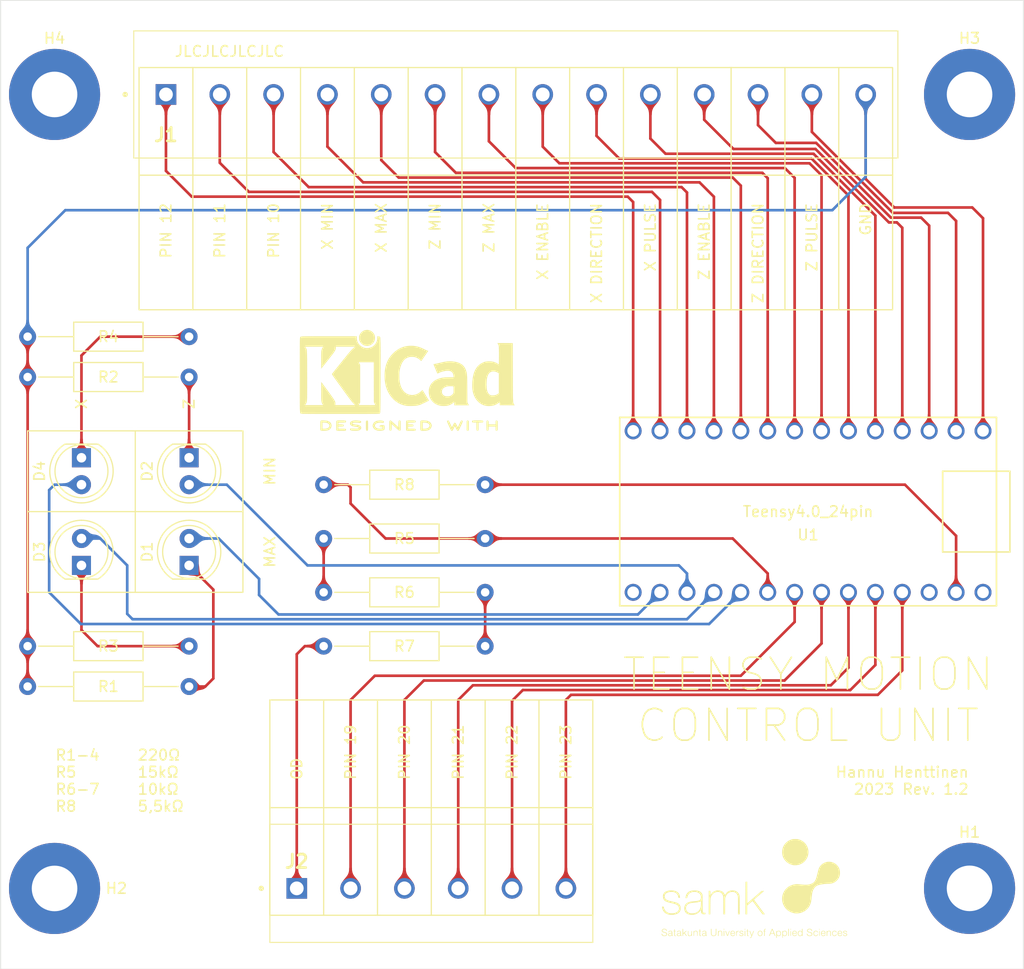
<source format=kicad_pcb>
(kicad_pcb (version 20211014) (generator pcbnew)
  (layers (0 "F.Cu" signal) (31 "B.Cu" signal) (34 "B.Paste" user) (35 "F.Paste" user) (36 "B.SilkS" user "B.Silkscreen") (37 "F.SilkS" user "F.Silkscreen") (38 "B.Mask" user) (39 "F.Mask" user) (44 "Edge.Cuts" user))
  (net 0 "")
  (net 1 "Net-(D1-Pad1)")
  (net 2 "/Z_max_led")
  (net 3 "Net-(D2-Pad1)")
  (net 4 "/Z_min_led")
  (net 5 "Net-(D3-Pad1)")
  (net 6 "/X_max_led")
  (net 7 "Net-(D4-Pad1)")
  (net 8 "/X_min_led")
  (net 9 "Net-(J1-Pad1)")
  (net 10 "Net-(J1-Pad2)")
  (net 11 "Net-(J1-Pad3)")
  (net 12 "/X_min_limit")
  (net 13 "/X_max_limit")
  (net 14 "/Z_min_limit")
  (net 15 "/Z_max_limit")
  (net 16 "/X_stepper_enable")
  (net 17 "/X_stepper_direction")
  (net 18 "/X_stepper_pulse")
  (net 19 "/Z_stepper_enable")
  (net 20 "/Z_stepper_direction")
  (net 21 "/Z_stepper_pulse")
  (net 22 "Net-(J1-Pad14)")
  (net 23 "Net-(J2-Pad1)")
  (net 24 "Net-(J2-Pad2)")
  (net 25 "Net-(J2-Pad3)")
  (net 26 "Net-(J2-Pad4)")
  (net 27 "Net-(J2-Pad5)")
  (net 28 "Net-(J2-Pad6)")
  (net 29 "Net-(R5-Pad1)")
  (net 30 "Net-(R5-Pad2)")
  (net 31 "Net-(R6-Pad2)")
  (net 32 "Net-(R8-Pad1)")
  (footprint "Symbol:KiCad-Logo2_8mm_SilkScreen" (layer "F.Cu") (at 137.414 83.312)
    (fp_text reference "REF**" hide)
    (fp_text value "KiCad-Logo2_8mm_SilkScreen" hide)
  )
  (footprint "Resistor_THT:R_Axial_DIN0207_L6.3mm_D2.5mm_P15.24mm_Horizontal" (layer "F.Cu") (at 144.78 109.22 180)
    (fp_text reference "R7")
    (fp_text value "R10k")
  )
  (footprint "Resistor_THT:R_Axial_DIN0207_L6.3mm_D2.5mm_P15.24mm_Horizontal" (layer "F.Cu") (at 101.6 113.03)
    (fp_text reference "R1")
    (fp_text value "220")
  )
  (footprint "Resistor_THT:R_Axial_DIN0207_L6.3mm_D2.5mm_P15.24mm_Horizontal" (layer "F.Cu") (at 101.6 83.82)
    (fp_text reference "R2")
    (fp_text value "220")
  )
  (footprint "Resistor_THT:R_Axial_DIN0207_L6.3mm_D2.5mm_P15.24mm_Horizontal" (layer "F.Cu") (at 144.78 93.98 180)
    (fp_text reference "R8")
    (fp_text value "R5,5k")
  )
  (footprint "SamacSys_Parts:1730162" (layer "F.Cu") (at 127 132.08)
    (fp_text reference "J2")
    (fp_text value "1730162" hide)
  )
  (footprint "Resistor_THT:R_Axial_DIN0207_L6.3mm_D2.5mm_P15.24mm_Horizontal" (layer "F.Cu") (at 101.6 109.22)
    (fp_text reference "R3")
    (fp_text value "220")
  )
  (footprint "LED_THT:LED_D5.0mm" (layer "F.Cu") (at 106.68 101.6 90)
    (fp_text reference locked "D3")
    (fp_text value "LED")
  )
  (footprint "Resistor_THT:R_Axial_DIN0207_L6.3mm_D2.5mm_P15.24mm_Horizontal" (layer "F.Cu") (at 101.6 80.01)
    (fp_text reference "R4")
    (fp_text value "220")
  )
  (footprint "LED_THT:LED_D5.0mm" (layer "F.Cu") (at 106.68 91.44 -90)
    (fp_text reference "D4")
    (fp_text value "LED")
  )
  (footprint "SamacSys_Parts:1869334" (layer "F.Cu") (at 114.655 57.15)
    (fp_text reference "J1")
    (fp_text value "1869334" hide)
  )
  (footprint "art:samk_logo" (layer "F.Cu") (at 170.18 132.08)
    (fp_text reference "G***")
    (fp_text value "LOGO" hide)
  )
  (footprint "Resistor_THT:R_Axial_DIN0207_L6.3mm_D2.5mm_P15.24mm_Horizontal" (layer "F.Cu") (at 129.54 104.14)
    (fp_text reference "R6")
    (fp_text value "R10k")
  )
  (footprint "MountingHole:MountingHole_4.3mm_M4_Pad" (layer "F.Cu") (at 190.5 132.08)
    (fp_text reference "H1")
    (fp_text value "MountingHole")
  )
  (footprint "LED_THT:LED_D5.0mm" (layer "F.Cu") (at 116.84 91.44 -90)
    (fp_text reference "D2")
    (fp_text value "LED")
  )
  (footprint "LED_THT:LED_D5.0mm" (layer "F.Cu") (at 116.84 101.6 90)
    (fp_text reference locked "D1")
    (fp_text value "LED")
  )
  (footprint "teensy:Teensy40_24pin" (layer "F.Cu") (at 175.26 96.52 180)
    (fp_text reference "U1")
    (fp_text value "Teensy4.0_24pin")
  )
  (footprint "MountingHole:MountingHole_4.3mm_M4_Pad" (layer "F.Cu") (at 104.14 132.089057)
    (fp_text reference "H2")
    (fp_text value "MountingHole")
  )
  (footprint "Resistor_THT:R_Axial_DIN0207_L6.3mm_D2.5mm_P15.24mm_Horizontal" (layer "F.Cu") (at 129.54 99.06)
    (fp_text reference "R5")
    (fp_text value "R15k")
  )
  (footprint "MountingHole:MountingHole_4.3mm_M4_Pad" (layer "F.Cu") (at 190.5 57.15)
    (fp_text reference "H3")
    (fp_text value "MountingHole")
  )
  (footprint "MountingHole:MountingHole_4.3mm_M4_Pad" (layer "F.Cu") (at 104.14 57.15)
    (fp_text reference "H4")
    (fp_text value "MountingHole")
  )
  (gr_line (start 139.7 134.62) (end 139.7 114.3) (layer "F.SilkS") (width 0.12))
  (gr_line (start 147.675 77.47) (end 147.675 54.61) (layer "F.SilkS") (width 0.12))
  (gr_line (start 173.075 77.47) (end 173.075 54.61) (layer "F.SilkS") (width 0.12))
  (gr_rect (start 101.6 88.9) (end 121.92 104.14) (layer "F.SilkS") (width 0.12) (fill none))
  (gr_line (start 101.6 96.52) (end 121.92 96.52) (layer "F.SilkS") (width 0.12))
  (gr_line (start 149.86 134.62) (end 149.86 114.3) (layer "F.SilkS") (width 0.12))
  (gr_line (start 152.755 77.47) (end 152.755 54.61) (layer "F.SilkS") (width 0.12))
  (gr_line (start 132.435 77.47) (end 132.435 54.61) (layer "F.SilkS") (width 0.12))
  (gr_line (start 178.155 77.47) (end 178.155 54.61) (layer "F.SilkS") (width 0.12))
  (gr_rect (start 183.235 77.47) (end 112.115 54.61) (layer "F.SilkS") (width 0.12) (fill none))
  (gr_line (start 117.195 77.47) (end 117.195 54.61) (layer "F.SilkS") (width 0.12))
  (gr_line (start 129.54 134.62) (end 129.54 114.3) (layer "F.SilkS") (width 0.12))
  (gr_line (start 127.355 54.61) (end 127.355 77.47) (layer "F.SilkS") (width 0.12))
  (gr_line (start 157.835 77.47) (end 157.835 54.61) (layer "F.SilkS") (width 0.12))
  (gr_line (start 142.595 77.47) (end 142.595 54.61) (layer "F.SilkS") (width 0.12))
  (gr_line (start 134.62 134.62) (end 134.62 114.3) (layer "F.SilkS") (width 0.12))
  (gr_line (start 162.915 77.47) (end 162.915 54.61) (layer "F.SilkS") (width 0.12))
  (gr_line (start 124.46 124.46) (end 154.94 124.46) (layer "F.SilkS") (width 0.12))
  (gr_rect (start 154.94 134.62) (end 124.46 114.3) (layer "F.SilkS") (width 0.12) (fill none))
  (gr_line (start 111.76 88.9) (end 111.76 104.14) (layer "F.SilkS") (width 0.12))
  (gr_line (start 144.78 134.62) (end 144.78 114.3) (layer "F.SilkS") (width 0.12))
  (gr_line (start 183.235 64.77) (end 112.115 64.77) (layer "F.SilkS") (width 0.12))
  (gr_line (start 122.275 54.61) (end 122.275 77.47) (layer "F.SilkS") (width 0.12))
  (gr_line (start 137.515 77.47) (end 137.515 54.61) (layer "F.SilkS") (width 0.12))
  (gr_line (start 167.995 77.47) (end 167.995 54.61) (layer "F.SilkS") (width 0.12))
  (gr_rect (start 99.06 48.26) (end 195.58 139.7) (layer "Edge.Cuts") (width 0.05) (fill none))
  (gr_text "MIN" (at 124.46 92.705001 90) (layer "F.SilkS") (effects (font (size 1 1))))
  (gr_text "JLCJLCJLCJLC" (at 120.65 53.086) (layer "F.SilkS") (effects (font (size 1 1))))
  (gr_text "MAX" (at 124.46 100.325001 90) (layer "F.SilkS") (effects (font (size 1 1))))
  (gr_text "Z MIN" (at 140.055 67.31 90) (layer "F.SilkS") (effects (font (size 1 1)) (justify right)))
  (gr_text "PIN 10" (at 124.815 67.31 90) (layer "F.SilkS") (effects (font (size 1 1)) (justify right)))
  (gr_text "PIN 11" (at 119.735 67.31 90) (layer "F.SilkS") (effects (font (size 1 1)) (justify right)))
  (gr_text "PIN 23" (at 152.4 121.92 90) (layer "F.SilkS") (effects (font (size 1 1)) (justify left)))
  (gr_text "Z PULSE" (at 175.615 67.31 90) (layer "F.SilkS") (effects (font (size 1 1)) (justify right)))
  (gr_text "Hannu Henttinen\n2023 Rev. 1.2" (at 190.5 121.92) (layer "F.SilkS") (effects (font (size 1 1)) (justify right)))
  (gr_text "PIN 22" (at 147.32 121.92 90) (layer "F.SilkS") (effects (font (size 1 1)) (justify left)))
  (gr_text "TEENSY MOTION\nCONTROL UNIT" (at 175.26 114.3) (layer "F.SilkS") (effects (font (size 3 3))))
  (gr_text "X ENABLE" (at 150.215 67.31 90) (layer "F.SilkS") (effects (font (size 1 1)) (justify right)))
  (gr_text "Z MAX" (at 145.135 67.31 90) (layer "F.SilkS") (effects (font (size 1 1)) (justify right)))
  (gr_text "Z DIRECTION" (at 170.535 67.31 90) (layer "F.SilkS") (effects (font (size 1 1)) (justify right)))
  (gr_text "X PULSE" (at 160.375 67.31 90) (layer "F.SilkS") (effects (font (size 1 1)) (justify right)))
  (gr_text "Z ENABLE" (at 165.455 67.31 90) (layer "F.SilkS") (effects (font (size 1 1)) (justify right)))
  (gr_text "PIN 12" (at 114.655 67.31 90) (layer "F.SilkS") (effects (font (size 1 1)) (justify right)))
  (gr_text "GND" (at 180.695 67.31 90) (layer "F.SilkS") (effects (font (size 1 1)) (justify right)))
  (gr_text "PIN 20" (at 137.16 121.92 90) (layer "F.SilkS") (effects (font (size 1 1)) (justify left)))
  (gr_text "Z" (at 116.84 86.36 90) (layer "F.SilkS") (effects (font (size 1 1))))
  (gr_text "X" (at 106.68 86.36 90) (layer "F.SilkS") (effects (font (size 1 1))))
  (gr_text "PIN 21" (at 142.24 121.92 90) (layer "F.SilkS") (effects (font (size 1 1)) (justify left)))
  (gr_text "X MIN" (at 129.895 67.31 90) (layer "F.SilkS") (effects (font (size 1 1)) (justify right)))
  (gr_text "X DIRECTION" (at 155.295 67.31 90) (layer "F.SilkS") (effects (font (size 1 1)) (justify right)))
  (gr_text "R1-4	220Ω\nR5		15kΩ\nR6-7	10kΩ\nR8		5,5kΩ" (at 104.14 121.92) (layer "F.SilkS") (effects (font (size 1 1)) (justify left)))
  (gr_text "X MAX" (at 134.975 67.31 90) (layer "F.SilkS") (effects (font (size 1 1)) (justify right)))
  (gr_text "OD" (at 127 121.92 90) (layer "F.SilkS") (effects (font (size 1 1)) (justify left)))
  (gr_text "PIN 19" (at 132.08 121.92 90) (layer "F.SilkS") (effects (font (size 1 1)) (justify left)))
  (segment (start 119.126 103.886) (end 116.84 101.6) (width 0.25) (layer "F.Cu") (net 1))
  (segment (start 116.84 113.03) (end 118.364 113.03) (width 0.25) (layer "F.Cu") (net 1))
  (segment (start 118.364 113.03) (end 119.126 112.268) (width 0.25) (layer "F.Cu") (net 1))
  (segment (start 119.126 112.268) (end 119.126 103.886) (width 0.25) (layer "F.Cu") (net 1))
  (segment (start 159.2 106.23) (end 161.29 104.14) (width 0.25) (layer "B.Cu") (net 2))
  (segment (start 119.634 99.06) (end 123.444 102.87) (width 0.25) (layer "B.Cu") (net 2))
  (segment (start 125.28 106.23) (end 159.2 106.23) (width 0.25) (layer "B.Cu") (net 2))
  (segment (start 123.444 102.87) (end 123.444 104.394) (width 0.25) (layer "B.Cu") (net 2))
  (segment (start 116.84 99.06) (end 119.634 99.06) (width 0.25) (layer "B.Cu") (net 2))
  (segment (start 123.444 104.394) (end 125.28 106.23) (width 0.25) (layer "B.Cu") (net 2))
  (segment (start 116.84 83.82) (end 116.84 91.44) (width 0.25) (layer "F.Cu") (net 3))
  (segment (start 163.83 102.362) (end 163.068 101.6) (width 0.25) (layer "B.Cu") (net 4))
  (segment (start 120.396 93.98) (end 116.84 93.98) (width 0.25) (layer "B.Cu") (net 4))
  (segment (start 163.068 101.6) (end 128.016 101.6) (width 0.25) (layer "B.Cu") (net 4))
  (segment (start 163.83 104.14) (end 163.83 102.362) (width 0.25) (layer "B.Cu") (net 4))
  (segment (start 128.016 101.6) (end 120.396 93.98) (width 0.25) (layer "B.Cu") (net 4))
  (segment (start 116.84 109.22) (end 108.204 109.22) (width 0.25) (layer "F.Cu") (net 5))
  (segment (start 108.204 109.22) (end 106.68 107.696) (width 0.25) (layer "F.Cu") (net 5))
  (segment (start 106.68 107.696) (end 106.68 101.6) (width 0.25) (layer "F.Cu") (net 5))
  (segment (start 106.68 99.06) (end 108.458 99.06) (width 0.25) (layer "B.Cu") (net 6))
  (segment (start 111.506 106.68) (end 163.83 106.68) (width 0.25) (layer "B.Cu") (net 6))
  (segment (start 110.998 101.6) (end 110.998 106.172) (width 0.25) (layer "B.Cu") (net 6))
  (segment (start 163.83 106.68) (end 166.37 104.14) (width 0.25) (layer "B.Cu") (net 6))
  (segment (start 110.998 106.172) (end 111.506 106.68) (width 0.25) (layer "B.Cu") (net 6))
  (segment (start 108.458 99.06) (end 110.998 101.6) (width 0.25) (layer "B.Cu") (net 6))
  (segment (start 108.458 80.01) (end 106.68 81.788) (width 0.25) (layer "F.Cu") (net 7))
  (segment (start 116.84 80.01) (end 108.458 80.01) (width 0.25) (layer "F.Cu") (net 7))
  (segment (start 106.68 81.788) (end 106.68 91.44) (width 0.25) (layer "F.Cu") (net 7))
  (segment (start 168.91 104.14) (end 165.92 107.13) (width 0.25) (layer "B.Cu") (net 8))
  (segment (start 103.632 104.14) (end 103.632 94.488) (width 0.25) (layer "B.Cu") (net 8))
  (segment (start 106.622 107.13) (end 103.632 104.14) (width 0.25) (layer "B.Cu") (net 8))
  (segment (start 104.14 93.98) (end 106.68 93.98) (width 0.25) (layer "B.Cu") (net 8))
  (segment (start 103.632 94.488) (end 104.14 93.98) (width 0.25) (layer "B.Cu") (net 8))
  (segment (start 165.92 107.13) (end 106.622 107.13) (width 0.25) (layer "B.Cu") (net 8))
  (segment (start 158.242 66.795594) (end 117.087594 66.795594) (width 0.25) (layer "F.Cu") (net 9))
  (segment (start 158.75 67.303594) (end 158.242 66.795594) (width 0.25) (layer "F.Cu") (net 9))
  (segment (start 158.75 88.9) (end 158.75 67.303594) (width 0.25) (layer "F.Cu") (net 9))
  (segment (start 117.087594 66.795594) (end 114.655 64.363) (width 0.25) (layer "F.Cu") (net 9))
  (segment (start 114.655 64.363) (end 114.655 57.15) (width 0.25) (layer "F.Cu") (net 9))
  (segment (start 161.29 88.9) (end 161.29 67.107594) (width 0.25) (layer "F.Cu") (net 10))
  (segment (start 119.735 63.601) (end 119.735 57.15) (width 0.25) (layer "F.Cu") (net 10))
  (segment (start 122.479594 66.345594) (end 119.735 63.601) (width 0.25) (layer "F.Cu") (net 10))
  (segment (start 160.528 66.345594) (end 122.479594 66.345594) (width 0.25) (layer "F.Cu") (net 10))
  (segment (start 161.29 67.107594) (end 160.528 66.345594) (width 0.25) (layer "F.Cu") (net 10))
  (segment (start 163.83 88.9) (end 163.83 66.403594) (width 0.25) (layer "F.Cu") (net 11))
  (segment (start 163.322 65.895594) (end 128.125594 65.895594) (width 0.25) (layer "F.Cu") (net 11))
  (segment (start 128.125594 65.895594) (end 124.815 62.585) (width 0.25) (layer "F.Cu") (net 11))
  (segment (start 124.815 62.585) (end 124.815 57.15) (width 0.25) (layer "F.Cu") (net 11))
  (segment (start 163.83 66.403594) (end 163.322 65.895594) (width 0.25) (layer "F.Cu") (net 11))
  (segment (start 166.37 66.802) (end 165.013594 65.445594) (width 0.25) (layer "F.Cu") (net 12))
  (segment (start 133.263594 65.445594) (end 129.895 62.077) (width 0.25) (layer "F.Cu") (net 12))
  (segment (start 165.013594 65.445594) (end 133.263594 65.445594) (width 0.25) (layer "F.Cu") (net 12))
  (segment (start 129.895 62.077) (end 129.895 57.15) (width 0.25) (layer "F.Cu") (net 12))
  (segment (start 166.37 88.9) (end 166.37 66.802) (width 0.25) (layer "F.Cu") (net 12))
  (segment (start 136.623594 64.995594) (end 134.975 63.347) (width 0.25) (layer "F.Cu") (net 13))
  (segment (start 134.975 63.347) (end 134.975 57.15) (width 0.25) (layer "F.Cu") (net 13))
  (segment (start 168.91 65.757594) (end 168.148 64.995594) (width 0.25) (layer "F.Cu") (net 13))
  (segment (start 168.148 64.995594) (end 136.623594 64.995594) (width 0.25) (layer "F.Cu") (net 13))
  (segment (start 168.91 88.9) (end 168.91 65.757594) (width 0.25) (layer "F.Cu") (net 13))
  (segment (start 171.45 88.9) (end 171.45 65.053594) (width 0.25) (layer "F.Cu") (net 14))
  (segment (start 142.015594 64.545594) (end 140.055 62.585) (width 0.25) (layer "F.Cu") (net 14))
  (segment (start 170.942 64.545594) (end 142.015594 64.545594) (width 0.25) (layer "F.Cu") (net 14))
  (segment (start 171.45 65.053594) (end 170.942 64.545594) (width 0.25) (layer "F.Cu") (net 14))
  (segment (start 140.055 62.585) (end 140.055 57.15) (width 0.25) (layer "F.Cu") (net 14))
  (segment (start 145.135 61.569) (end 147.661594 64.095594) (width 0.25) (layer "F.Cu") (net 15))
  (segment (start 173.061594 64.095594) (end 173.99 65.024) (width 0.25) (layer "F.Cu") (net 15))
  (segment (start 147.661594 64.095594) (end 173.061594 64.095594) (width 0.25) (layer "F.Cu") (net 15))
  (segment (start 145.135 57.15) (end 145.135 61.569) (width 0.25) (layer "F.Cu") (net 15))
  (segment (start 173.99 65.024) (end 173.99 88.9) (width 0.25) (layer "F.Cu") (net 15))
  (segment (start 176.53 64.778376) (end 175.397218 63.645594) (width 0.25) (layer "F.Cu") (net 16))
  (segment (start 175.397218 63.645594) (end 151.783594 63.645594) (width 0.25) (layer "F.Cu") (net 16))
  (segment (start 150.215 62.077) (end 150.215 57.15) (width 0.25) (layer "F.Cu") (net 16))
  (segment (start 151.783594 63.645594) (end 150.215 62.077) (width 0.25) (layer "F.Cu") (net 16))
  (segment (start 176.53 88.9) (end 176.53 64.778376) (width 0.25) (layer "F.Cu") (net 16))
  (segment (start 179.07 66.68198) (end 175.583614 63.195594) (width 0.25) (layer "F.Cu") (net 17))
  (segment (start 155.295 61.061) (end 155.295 57.15) (width 0.25) (layer "F.Cu") (net 17))
  (segment (start 179.07 88.9) (end 179.07 66.68198) (width 0.25) (layer "F.Cu") (net 17))
  (segment (start 175.583614 63.195594) (end 157.429594 63.195594) (width 0.25) (layer "F.Cu") (net 17))
  (segment (start 157.429594 63.195594) (end 155.295 61.061) (width 0.25) (layer "F.Cu") (net 17))
  (segment (start 181.61 88.9) (end 181.61 68.585584) (width 0.25) (layer "F.Cu") (net 18))
  (segment (start 175.77001 62.745594) (end 161.805594 62.745594) (width 0.25) (layer "F.Cu") (net 18))
  (segment (start 160.375 61.315) (end 160.375 57.15) (width 0.25) (layer "F.Cu") (net 18))
  (segment (start 161.805594 62.745594) (end 160.375 61.315) (width 0.25) (layer "F.Cu") (net 18))
  (segment (start 181.61 68.585584) (end 175.77001 62.745594) (width 0.25) (layer "F.Cu") (net 18))
  (segment (start 182.886812 69.226) (end 175.956406 62.295594) (width 0.25) (layer "F.Cu") (net 19))
  (segment (start 184.15 88.9) (end 184.15 69.734) (width 0.25) (layer "F.Cu") (net 19))
  (segment (start 184.15 69.734) (end 183.642 69.226) (width 0.25) (layer "F.Cu") (net 19))
  (segment (start 168.213594 62.295594) (end 165.455 59.537) (width 0.25) (layer "F.Cu") (net 19))
  (segment (start 175.956406 62.295594) (end 168.213594 62.295594) (width 0.25) (layer "F.Cu") (net 19))
  (segment (start 165.455 59.537) (end 165.455 57.15) (width 0.25) (layer "F.Cu") (net 19))
  (segment (start 183.642 69.226) (end 182.886812 69.226) (width 0.25) (layer "F.Cu") (net 19))
  (segment (start 183.073208 68.776) (end 176.019208 61.722) (width 0.25) (layer "F.Cu") (net 20))
  (segment (start 170.535 60.045) (end 170.535 57.15) (width 0.25) (layer "F.Cu") (net 20))
  (segment (start 176.019208 61.722) (end 172.212 61.722) (width 0.25) (layer "F.Cu") (net 20))
  (segment (start 186.69 69.538) (end 185.928 68.776) (width 0.25) (layer "F.Cu") (net 20))
  (segment (start 185.928 68.776) (end 183.073208 68.776) (width 0.25) (layer "F.Cu") (net 20))
  (segment (start 186.69 88.9) (end 186.69 69.538) (width 0.25) (layer "F.Cu") (net 20))
  (segment (start 172.212 61.722) (end 170.535 60.045) (width 0.25) (layer "F.Cu") (net 20))
  (segment (start 175.615 60.681396) (end 175.615 57.15) (width 0.25) (layer "F.Cu") (net 21))
  (segment (start 189.23 88.9) (end 189.23 69.088) (width 0.25) (layer "F.Cu") (net 21))
  (segment (start 189.23 69.088) (end 188.468 68.326) (width 0.25) (layer "F.Cu") (net 21))
  (segment (start 188.468 68.326) (end 183.259604 68.326) (width 0.25) (layer "F.Cu") (net 21))
  (segment (start 183.259604 68.326) (end 175.615 60.681396) (width 0.25) (layer "F.Cu") (net 21))
  (segment (start 101.6 83.82) (end 101.6 80.01) (width 0.25) (layer "F.Cu") (net 22))
  (segment (start 180.695 65.125) (end 183.388 67.818) (width 0.25) (layer "F.Cu") (net 22))
  (segment (start 180.695 57.15) (end 180.695 65.125) (width 0.25) (layer "F.Cu") (net 22))
  (segment (start 190.754 67.818) (end 191.77 68.834) (width 0.25) (layer "F.Cu") (net 22))
  (segment (start 101.6 113.03) (end 101.6 109.22) (width 0.25) (layer "F.Cu") (net 22))
  (segment (start 191.77 68.834) (end 191.77 88.9) (width 0.25) (layer "F.Cu") (net 22))
  (segment (start 101.6 109.22) (end 101.6 83.82) (width 0.25) (layer "F.Cu") (net 22))
  (segment (start 183.388 67.818) (end 190.754 67.818) (width 0.25) (layer "F.Cu") (net 22))
  (segment (start 101.6 80.01) (end 101.6 71.628) (width 0.25) (layer "B.Cu") (net 22))
  (segment (start 105.156 68.072) (end 177.546 68.072) (width 0.25) (layer "B.Cu") (net 22))
  (segment (start 101.6 71.628) (end 105.156 68.072) (width 0.25) (layer "B.Cu") (net 22))
  (segment (start 177.546 68.072) (end 180.695 64.923) (width 0.25) (layer "B.Cu") (net 22))
  (segment (start 180.695 64.923) (end 180.695 57.15) (width 0.25) (layer "B.Cu") (net 22))
  (segment (start 127 109.982) (end 127.762 109.22) (width 0.25) (layer "F.Cu") (net 23))
  (segment (start 127.762 109.22) (end 129.54 109.22) (width 0.25) (layer "F.Cu") (net 23))
  (segment (start 127 132.08) (end 127 109.982) (width 0.25) (layer "F.Cu") (net 23))
  (segment (start 132.08 114.3) (end 134.366 112.014) (width 0.25) (layer "F.Cu") (net 24))
  (segment (start 168.91 112.014) (end 173.99 106.934) (width 0.25) (layer "F.Cu") (net 24))
  (segment (start 173.99 106.934) (end 173.99 104.14) (width 0.25) (layer "F.Cu") (net 24))
  (segment (start 132.08 132.08) (end 132.08 114.3) (width 0.25) (layer "F.Cu") (net 24))
  (segment (start 134.366 112.014) (end 168.91 112.014) (width 0.25) (layer "F.Cu") (net 24))
  (segment (start 176.53 108.966) (end 176.53 104.14) (width 0.25) (layer "F.Cu") (net 25))
  (segment (start 137.16 114.3) (end 138.996 112.464) (width 0.25) (layer "F.Cu") (net 25))
  (segment (start 138.996 112.464) (end 173.032 112.464) (width 0.25) (layer "F.Cu") (net 25))
  (segment (start 173.032 112.464) (end 176.53 108.966) (width 0.25) (layer "F.Cu") (net 25))
  (segment (start 137.16 132.08) (end 137.16 114.3) (width 0.25) (layer "F.Cu") (net 25))
  (segment (start 142.24 114.3) (end 142.24 132.08) (width 0.25) (layer "F.Cu") (net 26))
  (segment (start 179.07 104.14) (end 179.07 111.252) (width 0.25) (layer "F.Cu") (net 26))
  (segment (start 143.626 112.914) (end 142.24 114.3) (width 0.25) (layer "F.Cu") (net 26))
  (segment (start 179.07 111.252) (end 177.408 112.914) (width 0.25) (layer "F.Cu") (net 26))
  (segment (start 177.408 112.914) (end 143.626 112.914) (width 0.25) (layer "F.Cu") (net 26))
  (segment (start 181.61 110.998) (end 181.61 104.14) (width 0.25) (layer "F.Cu") (net 27))
  (segment (start 148.336 113.364) (end 179.244 113.364) (width 0.25) (layer "F.Cu") (net 27))
  (segment (start 179.244 113.364) (end 181.61 110.998) (width 0.25) (layer "F.Cu") (net 27))
  (segment (start 147.32 114.38) (end 148.336 113.364) (width 0.25) (layer "F.Cu") (net 27))
  (segment (start 147.32 132.08) (end 147.32 114.38) (width 0.25) (layer "F.Cu") (net 27))
  (segment (start 152.886 113.814) (end 152.4 114.3) (width 0.25) (layer "F.Cu") (net 28))
  (segment (start 181.842 113.814) (end 152.886 113.814) (width 0.25) (layer "F.Cu") (net 28))
  (segment (start 152.4 114.3) (end 152.4 132.08) (width 0.25) (layer "F.Cu") (net 28))
  (segment (start 184.15 111.506) (end 181.842 113.814) (width 0.25) (layer "F.Cu") (net 28))
  (segment (start 184.15 104.14) (end 184.15 111.506) (width 0.25) (layer "F.Cu") (net 28))
  (segment (start 129.54 104.14) (end 129.54 99.06) (width 0.25) (layer "F.Cu") (net 29))
  (segment (start 131.826 93.98) (end 129.54 93.98) (width 0.25) (layer "F.Cu") (net 30))
  (segment (start 144.78 99.06) (end 168.148 99.06) (width 0.25) (layer "F.Cu") (net 30))
  (segment (start 132.08 95.758) (end 132.08 94.234) (width 0.25) (layer "F.Cu") (net 30))
  (segment (start 135.382 99.06) (end 132.08 95.758) (width 0.25) (layer "F.Cu") (net 30))
  (segment (start 168.148 99.06) (end 171.45 102.362) (width 0.25) (layer "F.Cu") (net 30))
  (segment (start 132.08 94.234) (end 131.826 93.98) (width 0.25) (layer "F.Cu") (net 30))
  (segment (start 144.78 99.06) (end 135.382 99.06) (width 0.25) (layer "F.Cu") (net 30))
  (segment (start 171.45 102.362) (end 171.45 104.14) (width 0.25) (layer "F.Cu") (net 30))
  (segment (start 144.78 109.22) (end 144.78 104.14) (width 0.25) (layer "F.Cu") (net 31))
  (segment (start 144.78 93.98) (end 184.404 93.98) (width 0.25) (layer "F.Cu") (net 32))
  (segment (start 184.404 93.98) (end 189.23 98.806) (width 0.25) (layer "F.Cu") (net 32))
  (segment (start 189.23 98.806) (end 189.23 104.14) (width 0.25) (layer "F.Cu") (net 32))
  (zone (net 13) (net_name "/X_max_limit") (layer "F.Cu") (priority 16962) (connect_pads yes (clearance 0)) (min_thickness 0.0254) (fill yes (thermal_gap 0.508) (thermal_bridge_width 0.508))
    (polygon (pts (xy 135.1 59.095) (xy 135.112234 58.864609) (xy 135.146844 58.676138) (xy 135.200689 58.520398) (xy 135.270632 58.388202) (xy 135.353531 58.270364) (xy 135.446248 58.157696) (xy 135.545642 58.041012) (xy 135.648576 57.911125) (xy 135.751908 57.758847) (xy 135.8525 57.574992) (xy 134.975 56.6625) (xy 134.0975 57.574992) (xy 134.198091 57.758847) (xy 134.301423 57.911125) (xy 134.404357 58.041012) (xy 134.503751 58.157696) (xy 134.596468 58.270364) (xy 134.679367 58.388202) (xy 134.74931 58.520398) (xy 134.803155 58.676138) (xy 134.837765 58.864609) (xy 134.85 59.095)))
  )
  (zone (net 24) (net_name "Net-(J2-Pad2)") (layer "F.Cu") (priority 16962) (connect_pads yes (clearance 0)) (min_thickness 0.0254) (fill yes (thermal_gap 0.508) (thermal_bridge_width 0.508))
    (polygon (pts (xy 131.955 130.135) (xy 131.942765 130.36539) (xy 131.908155 130.553861) (xy 131.85431 130.709601) (xy 131.784367 130.841797) (xy 131.701468 130.959635) (xy 131.608751 131.072303) (xy 131.509357 131.188987) (xy 131.406423 131.318874) (xy 131.303091 131.471152) (xy 131.2025 131.655008) (xy 132.08 132.5675) (xy 132.9575 131.655008) (xy 132.856908 131.471152) (xy 132.753576 131.318874) (xy 132.650642 131.188987) (xy 132.551248 131.072303) (xy 132.458531 130.959635) (xy 132.375632 130.841797) (xy 132.305689 130.709601) (xy 132.251844 130.553861) (xy 132.217234 130.36539) (xy 132.205 130.135)))
  )
  (zone (net 20) (net_name "/Z_stepper_direction") (layer "F.Cu") (priority 16962) (connect_pads yes (clearance 0)) (min_thickness 0.0254) (fill yes (thermal_gap 0.508) (thermal_bridge_width 0.508))
    (polygon (pts (xy 170.66 59.095) (xy 170.672234 58.864609) (xy 170.706844 58.676138) (xy 170.760689 58.520398) (xy 170.830632 58.388202) (xy 170.913531 58.270364) (xy 171.006248 58.157696) (xy 171.105642 58.041012) (xy 171.208576 57.911125) (xy 171.311908 57.758847) (xy 171.4125 57.574992) (xy 170.535 56.6625) (xy 169.6575 57.574992) (xy 169.758091 57.758847) (xy 169.861423 57.911125) (xy 169.964357 58.041012) (xy 170.063751 58.157696) (xy 170.156468 58.270364) (xy 170.239367 58.388202) (xy 170.30931 58.520398) (xy 170.363155 58.676138) (xy 170.397765 58.864609) (xy 170.41 59.095)))
  )
  (zone (net 23) (net_name "Net-(J2-Pad1)") (layer "F.Cu") (priority 16962) (connect_pads yes (clearance 0)) (min_thickness 0.0254) (fill yes (thermal_gap 0.508) (thermal_bridge_width 0.508))
    (polygon (pts (xy 127.95 109.345) (xy 128.137261 109.354519) (xy 128.290968 109.381492) (xy 128.418444 109.423538) (xy 128.527008 109.478278) (xy 128.623984 109.543331) (xy 128.716693 109.616317) (xy 128.812456 109.694857) (xy 128.918595 109.776571) (xy 129.042432 109.859078) (xy 129.191289 109.94) (xy 129.94 109.22) (xy 129.191289 108.5) (xy 129.042432 108.580921) (xy 128.918595 108.663428) (xy 128.812456 108.745142) (xy 128.716693 108.823682) (xy 128.623984 108.896668) (xy 128.527008 108.961721) (xy 128.418444 109.016461) (xy 128.290968 109.058507) (xy 128.137261 109.08548) (xy 127.95 109.095)))
  )
  (zone (net 19) (net_name "/Z_stepper_enable") (layer "F.Cu") (priority 16962) (connect_pads yes (clearance 0)) (min_thickness 0.0254) (fill yes (thermal_gap 0.508) (thermal_bridge_width 0.508))
    (polygon (pts (xy 184.025 87.31) (xy 184.01548 87.497261) (xy 183.988507 87.650968) (xy 183.946461 87.778444) (xy 183.891721 87.887008) (xy 183.826668 87.983984) (xy 183.753682 88.076693) (xy 183.675142 88.172456) (xy 183.593428 88.278595) (xy 183.510921 88.402432) (xy 183.43 88.551289) (xy 184.15 89.3) (xy 184.87 88.551289) (xy 184.789078 88.402432) (xy 184.706571 88.278595) (xy 184.624857 88.172456) (xy 184.546317 88.076693) (xy 184.473331 87.983984) (xy 184.408278 87.887008) (xy 184.353538 87.778444) (xy 184.311492 87.650968) (xy 184.284519 87.497261) (xy 184.275 87.31)))
  )
  (zone (net 21) (net_name "/Z_stepper_pulse") (layer "F.Cu") (priority 16962) (connect_pads yes (clearance 0)) (min_thickness 0.0254) (fill yes (thermal_gap 0.508) (thermal_bridge_width 0.508))
    (polygon (pts (xy 175.74 59.095) (xy 175.752234 58.864609) (xy 175.786844 58.676138) (xy 175.840689 58.520398) (xy 175.910632 58.388202) (xy 175.993531 58.270364) (xy 176.086248 58.157696) (xy 176.185642 58.041012) (xy 176.288576 57.911125) (xy 176.391908 57.758847) (xy 176.4925 57.574992) (xy 175.615 56.6625) (xy 174.7375 57.574992) (xy 174.838091 57.758847) (xy 174.941423 57.911125) (xy 175.044357 58.041012) (xy 175.143751 58.157696) (xy 175.236468 58.270364) (xy 175.319367 58.388202) (xy 175.38931 58.520398) (xy 175.443155 58.676138) (xy 175.477765 58.864609) (xy 175.49 59.095)))
  )
  (zone (net 30) (net_name "Net-(R5-Pad2)") (layer "F.Cu") (priority 16962) (connect_pads yes (clearance 0)) (min_thickness 0.0254) (fill yes (thermal_gap 0.508) (thermal_bridge_width 0.508))
    (polygon (pts (xy 143.19 99.185) (xy 143.377261 99.194519) (xy 143.530968 99.221492) (xy 143.658444 99.263538) (xy 143.767008 99.318278) (xy 143.863984 99.383331) (xy 143.956693 99.456317) (xy 144.052456 99.534857) (xy 144.158595 99.616571) (xy 144.282432 99.699078) (xy 144.431289 99.78) (xy 145.18 99.06) (xy 144.431289 98.34) (xy 144.282432 98.420921) (xy 144.158595 98.503428) (xy 144.052456 98.585142) (xy 143.956693 98.663682) (xy 143.863984 98.736668) (xy 143.767008 98.801721) (xy 143.658444 98.856461) (xy 143.530968 98.898507) (xy 143.377261 98.92548) (xy 143.19 98.935)))
  )
  (zone (net 1) (net_name "Net-(D1-Pad1)") (layer "F.Cu") (priority 16962) (connect_pads yes (clearance 0)) (min_thickness 0.0254) (fill yes (thermal_gap 0.508) (thermal_bridge_width 0.508))
    (polygon (pts (xy 118.329352 112.887872) (xy 118.201253 112.988179) (xy 118.085819 113.024953) (xy 117.979468 113.008846) (xy 117.878623 112.950506) (xy 117.779704 112.860584) (xy 117.679131 112.74973) (xy 117.573324 112.628594) (xy 117.458705 112.507827) (xy 117.331693 112.398079) (xy 117.188711 112.31) (xy 116.44 113.03) (xy 117.405685 113.595685) (xy 117.517367 113.499946) (xy 117.624885 113.435702) (xy 117.729664 113.394696) (xy 117.83313 113.36867) (xy 117.936706 113.349366) (xy 118.041818 113.328526) (xy 118.149892 113.297892) (xy 118.262351 113.249206) (xy 118.380621 113.17421) (xy 118.506128 113.064648)))
  )
  (zone (net 30) (net_name "Net-(R5-Pad2)") (layer "F.Cu") (priority 16962) (connect_pads yes (clearance 0)) (min_thickness 0.0254) (fill yes (thermal_gap 0.508) (thermal_bridge_width 0.508))
    (polygon (pts (xy 171.325 102.55) (xy 171.31548 102.737261) (xy 171.288507 102.890968) (xy 171.246461 103.018444) (xy 171.191721 103.127008) (xy 171.126668 103.223984) (xy 171.053682 103.316693) (xy 170.975142 103.412456) (xy 170.893428 103.518595) (xy 170.810921 103.642432) (xy 170.73 103.791289) (xy 171.45 104.54) (xy 172.17 103.791289) (xy 172.089078 103.642432) (xy 172.006571 103.518595) (xy 171.924857 103.412456) (xy 171.846317 103.316693) (xy 171.773331 103.223984) (xy 171.708278 103.127008) (xy 171.653538 103.018444) (xy 171.611492 102.890968) (xy 171.584519 102.737261) (xy 171.575 102.55)))
  )
  (zone (net 25) (net_name "Net-(J2-Pad3)") (layer "F.Cu") (priority 16962) (connect_pads yes (clearance 0)) (min_thickness 0.0254) (fill yes (thermal_gap 0.508) (thermal_bridge_width 0.508))
    (polygon (pts (xy 137.035 130.135) (xy 137.022765 130.36539) (xy 136.988155 130.553861) (xy 136.93431 130.709601) (xy 136.864367 130.841797) (xy 136.781468 130.959635) (xy 136.688751 131.072303) (xy 136.589357 131.188987) (xy 136.486423 131.318874) (xy 136.383091 131.471152) (xy 136.2825 131.655008) (xy 137.16 132.5675) (xy 138.0375 131.655008) (xy 137.936908 131.471152) (xy 137.833576 131.318874) (xy 137.730642 131.188987) (xy 137.631248 131.072303) (xy 137.538531 130.959635) (xy 137.455632 130.841797) (xy 137.385689 130.709601) (xy 137.331844 130.553861) (xy 137.297234 130.36539) (xy 137.285 130.135)))
  )
  (zone (net 22) (net_name "Net-(J1-Pad14)") (layer "F.Cu") (priority 16962) (connect_pads yes (clearance 0)) (min_thickness 0.0254) (fill yes (thermal_gap 0.508) (thermal_bridge_width 0.508))
    (polygon (pts (xy 101.725 110.81) (xy 101.734519 110.622738) (xy 101.761492 110.469031) (xy 101.803538 110.341555) (xy 101.858278 110.232991) (xy 101.923331 110.136015) (xy 101.996317 110.043306) (xy 102.074857 109.947543) (xy 102.156571 109.841404) (xy 102.239078 109.717567) (xy 102.32 109.568711) (xy 101.6 108.82) (xy 100.88 109.568711) (xy 100.960921 109.717567) (xy 101.043428 109.841404) (xy 101.125142 109.947543) (xy 101.203682 110.043306) (xy 101.276668 110.136015) (xy 101.341721 110.232991) (xy 101.396461 110.341555) (xy 101.438507 110.469031) (xy 101.46548 110.622738) (xy 101.475 110.81)))
  )
  (zone (net 11) (net_name "Net-(J1-Pad3)") (layer "F.Cu") (priority 16962) (connect_pads yes (clearance 0)) (min_thickness 0.0254) (fill yes (thermal_gap 0.508) (thermal_bridge_width 0.508))
    (polygon (pts (xy 124.94 59.095) (xy 124.952234 58.864609) (xy 124.986844 58.676138) (xy 125.040689 58.520398) (xy 125.110632 58.388202) (xy 125.193531 58.270364) (xy 125.286248 58.157696) (xy 125.385642 58.041012) (xy 125.488576 57.911125) (xy 125.591908 57.758847) (xy 125.6925 57.574992) (xy 124.815 56.6625) (xy 123.9375 57.574992) (xy 124.038091 57.758847) (xy 124.141423 57.911125) (xy 124.244357 58.041012) (xy 124.343751 58.157696) (xy 124.436468 58.270364) (xy 124.519367 58.388202) (xy 124.58931 58.520398) (xy 124.643155 58.676138) (xy 124.677765 58.864609) (xy 124.69 59.095)))
  )
  (zone (net 29) (net_name "Net-(R5-Pad1)") (layer "F.Cu") (priority 16962) (connect_pads yes (clearance 0)) (min_thickness 0.0254) (fill yes (thermal_gap 0.508) (thermal_bridge_width 0.508))
    (polygon (pts (xy 129.415 102.55) (xy 129.40548 102.737261) (xy 129.378507 102.890968) (xy 129.336461 103.018444) (xy 129.281721 103.127008) (xy 129.216668 103.223984) (xy 129.143682 103.316693) (xy 129.065142 103.412456) (xy 128.983428 103.518595) (xy 128.900921 103.642432) (xy 128.82 103.791289) (xy 129.54 104.54) (xy 130.26 103.791289) (xy 130.179078 103.642432) (xy 130.096571 103.518595) (xy 130.014857 103.412456) (xy 129.936317 103.316693) (xy 129.863331 103.223984) (xy 129.798278 103.127008) (xy 129.743538 103.018444) (xy 129.701492 102.890968) (xy 129.674519 102.737261) (xy 129.665 102.55)))
  )
  (zone (net 10) (net_name "Net-(J1-Pad2)") (layer "F.Cu") (priority 16962) (connect_pads yes (clearance 0)) (min_thickness 0.0254) (fill yes (thermal_gap 0.508) (thermal_bridge_width 0.508))
    (polygon (pts (xy 161.165 87.31) (xy 161.15548 87.497261) (xy 161.128507 87.650968) (xy 161.086461 87.778444) (xy 161.031721 87.887008) (xy 160.966668 87.983984) (xy 160.893682 88.076693) (xy 160.815142 88.172456) (xy 160.733428 88.278595) (xy 160.650921 88.402432) (xy 160.57 88.551289) (xy 161.29 89.3) (xy 162.01 88.551289) (xy 161.929078 88.402432) (xy 161.846571 88.278595) (xy 161.764857 88.172456) (xy 161.686317 88.076693) (xy 161.613331 87.983984) (xy 161.548278 87.887008) (xy 161.493538 87.778444) (xy 161.451492 87.650968) (xy 161.424519 87.497261) (xy 161.415 87.31)))
  )
  (zone (net 9) (net_name "Net-(J1-Pad1)") (layer "F.Cu") (priority 16962) (connect_pads yes (clearance 0)) (min_thickness 0.0254) (fill yes (thermal_gap 0.508) (thermal_bridge_width 0.508))
    (polygon (pts (xy 114.78 59.095) (xy 114.792234 58.864609) (xy 114.826844 58.676138) (xy 114.880689 58.520398) (xy 114.950632 58.388202) (xy 115.033531 58.270364) (xy 115.126248 58.157696) (xy 115.225642 58.041012) (xy 115.328576 57.911125) (xy 115.431908 57.758847) (xy 115.5325 57.574992) (xy 114.655 56.6625) (xy 113.7775 57.574992) (xy 113.878091 57.758847) (xy 113.981423 57.911125) (xy 114.084357 58.041012) (xy 114.183751 58.157696) (xy 114.276468 58.270364) (xy 114.359367 58.388202) (xy 114.42931 58.520398) (xy 114.483155 58.676138) (xy 114.517765 58.864609) (xy 114.53 59.095)))
  )
  (zone (net 26) (net_name "Net-(J2-Pad4)") (layer "F.Cu") (priority 16962) (connect_pads yes (clearance 0)) (min_thickness 0.0254) (fill yes (thermal_gap 0.508) (thermal_bridge_width 0.508))
    (polygon (pts (xy 179.195 105.73) (xy 179.204519 105.542738) (xy 179.231492 105.389031) (xy 179.273538 105.261555) (xy 179.328278 105.152991) (xy 179.393331 105.056015) (xy 179.466317 104.963306) (xy 179.544857 104.867543) (xy 179.626571 104.761404) (xy 179.709078 104.637567) (xy 179.79 104.488711) (xy 179.07 103.74) (xy 178.35 104.488711) (xy 178.430921 104.637567) (xy 178.513428 104.761404) (xy 178.595142 104.867543) (xy 178.673682 104.963306) (xy 178.746668 105.056015) (xy 178.811721 105.152991) (xy 178.866461 105.261555) (xy 178.908507 105.389031) (xy 178.93548 105.542738) (xy 178.945 105.73)))
  )
  (zone (net 9) (net_name "Net-(J1-Pad1)") (layer "F.Cu") (priority 16962) (connect_pads yes (clearance 0)) (min_thickness 0.0254) (fill yes (thermal_gap 0.508) (thermal_bridge_width 0.508))
    (polygon (pts (xy 158.625 87.31) (xy 158.61548 87.497261) (xy 158.588507 87.650968) (xy 158.546461 87.778444) (xy 158.491721 87.887008) (xy 158.426668 87.983984) (xy 158.353682 88.076693) (xy 158.275142 88.172456) (xy 158.193428 88.278595) (xy 158.110921 88.402432) (xy 158.03 88.551289) (xy 158.75 89.3) (xy 159.47 88.551289) (xy 159.389078 88.402432) (xy 159.306571 88.278595) (xy 159.224857 88.172456) (xy 159.146317 88.076693) (xy 159.073331 87.983984) (xy 159.008278 87.887008) (xy 158.953538 87.778444) (xy 158.911492 87.650968) (xy 158.884519 87.497261) (xy 158.875 87.31)))
  )
  (zone (net 7) (net_name "Net-(D4-Pad1)") (layer "F.Cu") (priority 16962) (connect_pads yes (clearance 0)) (min_thickness 0.0254) (fill yes (thermal_gap 0.508) (thermal_bridge_width 0.508))
    (polygon (pts (xy 106.555 89.65) (xy 106.543915 89.861538) (xy 106.512544 90.034781) (xy 106.46371 90.178108) (xy 106.400234 90.299901) (xy 106.32494 90.408537) (xy 106.240651 90.512399) (xy 106.15019 90.619866) (xy 106.056379 90.739319) (xy 105.962041 90.879136) (xy 105.87 91.0477) (xy 106.68 91.89) (xy 107.49 91.0477) (xy 107.397958 90.879136) (xy 107.30362 90.739319) (xy 107.209809 90.619866) (xy 107.119348 90.512399) (xy 107.035059 90.408537) (xy 106.959765 90.299901) (xy 106.896289 90.178108) (xy 106.847455 90.034781) (xy 106.816084 89.861538) (xy 106.805 89.65)))
  )
  (zone (net 15) (net_name "/Z_max_limit") (layer "F.Cu") (priority 16962) (connect_pads yes (clearance 0)) (min_thickness 0.0254) (fill yes (thermal_gap 0.508) (thermal_bridge_width 0.508))
    (polygon (pts (xy 145.26 59.095) (xy 145.272234 58.864609) (xy 145.306844 58.676138) (xy 145.360689 58.520398) (xy 145.430632 58.388202) (xy 145.513531 58.270364) (xy 145.606248 58.157696) (xy 145.705642 58.041012) (xy 145.808576 57.911125) (xy 145.911908 57.758847) (xy 146.0125 57.574992) (xy 145.135 56.6625) (xy 144.2575 57.574992) (xy 144.358091 57.758847) (xy 144.461423 57.911125) (xy 144.564357 58.041012) (xy 144.663751 58.157696) (xy 144.756468 58.270364) (xy 144.839367 58.388202) (xy 144.90931 58.520398) (xy 144.963155 58.676138) (xy 144.997765 58.864609) (xy 145.01 59.095)))
  )
  (zone (net 32) (net_name "Net-(R8-Pad1)") (layer "F.Cu") (priority 16962) (connect_pads yes (clearance 0)) (min_thickness 0.0254) (fill yes (thermal_gap 0.508) (thermal_bridge_width 0.508))
    (polygon (pts (xy 146.37 93.855) (xy 146.182738 93.84548) (xy 146.029031 93.818507) (xy 145.901555 93.776461) (xy 145.792991 93.721721) (xy 145.696015 93.656668) (xy 145.603306 93.583682) (xy 145.507543 93.505142) (xy 145.401404 93.423428) (xy 145.277567 93.340921) (xy 145.128711 93.26) (xy 144.38 93.98) (xy 145.128711 94.7) (xy 145.277567 94.619078) (xy 145.401404 94.536571) (xy 145.507543 94.454857) (xy 145.603306 94.376317) (xy 145.696015 94.303331) (xy 145.792991 94.238278) (xy 145.901555 94.183538) (xy 146.029031 94.141492) (xy 146.182738 94.114519) (xy 146.37 94.105)))
  )
  (zone (net 12) (net_name "/X_min_limit") (layer "F.Cu") (priority 16962) (connect_pads yes (clearance 0)) (min_thickness 0.0254) (fill yes (thermal_gap 0.508) (thermal_bridge_width 0.508))
    (polygon (pts (xy 130.02 59.095) (xy 130.032234 58.864609) (xy 130.066844 58.676138) (xy 130.120689 58.520398) (xy 130.190632 58.388202) (xy 130.273531 58.270364) (xy 130.366248 58.157696) (xy 130.465642 58.041012) (xy 130.568576 57.911125) (xy 130.671908 57.758847) (xy 130.7725 57.574992) (xy 129.895 56.6625) (xy 129.0175 57.574992) (xy 129.118091 57.758847) (xy 129.221423 57.911125) (xy 129.324357 58.041012) (xy 129.423751 58.157696) (xy 129.516468 58.270364) (xy 129.599367 58.388202) (xy 129.66931 58.520398) (xy 129.723155 58.676138) (xy 129.757765 58.864609) (xy 129.77 59.095)))
  )
  (zone (net 21) (net_name "/Z_stepper_pulse") (layer "F.Cu") (priority 16962) (connect_pads yes (clearance 0)) (min_thickness 0.0254) (fill yes (thermal_gap 0.508) (thermal_bridge_width 0.508))
    (polygon (pts (xy 189.105 87.31) (xy 189.09548 87.497261) (xy 189.068507 87.650968) (xy 189.026461 87.778444) (xy 188.971721 87.887008) (xy 188.906668 87.983984) (xy 188.833682 88.076693) (xy 188.755142 88.172456) (xy 188.673428 88.278595) (xy 188.590921 88.402432) (xy 188.51 88.551289) (xy 189.23 89.3) (xy 189.95 88.551289) (xy 189.869078 88.402432) (xy 189.786571 88.278595) (xy 189.704857 88.172456) (xy 189.626317 88.076693) (xy 189.553331 87.983984) (xy 189.488278 87.887008) (xy 189.433538 87.778444) (xy 189.391492 87.650968) (xy 189.364519 87.497261) (xy 189.355 87.31)))
  )
  (zone (net 27) (net_name "Net-(J2-Pad5)") (layer "F.Cu") (priority 16962) (connect_pads yes (clearance 0)) (min_thickness 0.0254) (fill yes (thermal_gap 0.508) (thermal_bridge_width 0.508))
    (polygon (pts (xy 181.735 105.73) (xy 181.744519 105.542738) (xy 181.771492 105.389031) (xy 181.813538 105.261555) (xy 181.868278 105.152991) (xy 181.933331 105.056015) (xy 182.006317 104.963306) (xy 182.084857 104.867543) (xy 182.166571 104.761404) (xy 182.249078 104.637567) (xy 182.33 104.488711) (xy 181.61 103.74) (xy 180.89 104.488711) (xy 180.970921 104.637567) (xy 181.053428 104.761404) (xy 181.135142 104.867543) (xy 181.213682 104.963306) (xy 181.286668 105.056015) (xy 181.351721 105.152991) (xy 181.406461 105.261555) (xy 181.448507 105.389031) (xy 181.47548 105.542738) (xy 181.485 105.73)))
  )
  (zone (net 18) (net_name "/X_stepper_pulse") (layer "F.Cu") (priority 16962) (connect_pads yes (clearance 0)) (min_thickness 0.0254) (fill yes (thermal_gap 0.508) (thermal_bridge_width 0.508))
    (polygon (pts (xy 160.5 59.095) (xy 160.512234 58.864609) (xy 160.546844 58.676138) (xy 160.600689 58.520398) (xy 160.670632 58.388202) (xy 160.753531 58.270364) (xy 160.846248 58.157696) (xy 160.945642 58.041012) (xy 161.048576 57.911125) (xy 161.151908 57.758847) (xy 161.2525 57.574992) (xy 160.375 56.6625) (xy 159.4975 57.574992) (xy 159.598091 57.758847) (xy 159.701423 57.911125) (xy 159.804357 58.041012) (xy 159.903751 58.157696) (xy 159.996468 58.270364) (xy 160.079367 58.388202) (xy 160.14931 58.520398) (xy 160.203155 58.676138) (xy 160.237765 58.864609) (xy 160.25 59.095)))
  )
  (zone (net 14) (net_name "/Z_min_limit") (layer "F.Cu") (priority 16962) (connect_pads yes (clearance 0)) (min_thickness 0.0254) (fill yes (thermal_gap 0.508) (thermal_bridge_width 0.508))
    (polygon (pts (xy 140.18 59.095) (xy 140.192234 58.864609) (xy 140.226844 58.676138) (xy 140.280689 58.520398) (xy 140.350632 58.388202) (xy 140.433531 58.270364) (xy 140.526248 58.157696) (xy 140.625642 58.041012) (xy 140.728576 57.911125) (xy 140.831908 57.758847) (xy 140.9325 57.574992) (xy 140.055 56.6625) (xy 139.1775 57.574992) (xy 139.278091 57.758847) (xy 139.381423 57.911125) (xy 139.484357 58.041012) (xy 139.583751 58.157696) (xy 139.676468 58.270364) (xy 139.759367 58.388202) (xy 139.82931 58.520398) (xy 139.883155 58.676138) (xy 139.917765 58.864609) (xy 139.93 59.095)))
  )
  (zone (net 3) (net_name "Net-(D2-Pad1)") (layer "F.Cu") (priority 16962) (connect_pads yes (clearance 0)) (min_thickness 0.0254) (fill yes (thermal_gap 0.508) (thermal_bridge_width 0.508))
    (polygon (pts (xy 116.965 85.41) (xy 116.974519 85.222738) (xy 117.001492 85.069031) (xy 117.043538 84.941555) (xy 117.098278 84.832991) (xy 117.163331 84.736015) (xy 117.236317 84.643306) (xy 117.314857 84.547543) (xy 117.396571 84.441404) (xy 117.479078 84.317567) (xy 117.56 84.168711) (xy 116.84 83.42) (xy 116.12 84.168711) (xy 116.200921 84.317567) (xy 116.283428 84.441404) (xy 116.365142 84.547543) (xy 116.443682 84.643306) (xy 116.516668 84.736015) (xy 116.581721 84.832991) (xy 116.636461 84.941555) (xy 116.678507 85.069031) (xy 116.70548 85.222738) (xy 116.715 85.41)))
  )
  (zone (net 10) (net_name "Net-(J1-Pad2)") (layer "F.Cu") (priority 16962) (connect_pads yes (clearance 0)) (min_thickness 0.0254) (fill yes (thermal_gap 0.508) (thermal_bridge_width 0.508))
    (polygon (pts (xy 119.86 59.095) (xy 119.872234 58.864609) (xy 119.906844 58.676138) (xy 119.960689 58.520398) (xy 120.030632 58.388202) (xy 120.113531 58.270364) (xy 120.206248 58.157696) (xy 120.305642 58.041012) (xy 120.408576 57.911125) (xy 120.511908 57.758847) (xy 120.6125 57.574992) (xy 119.735 56.6625) (xy 118.8575 57.574992) (xy 118.958091 57.758847) (xy 119.061423 57.911125) (xy 119.164357 58.041012) (xy 119.263751 58.157696) (xy 119.356468 58.270364) (xy 119.439367 58.388202) (xy 119.50931 58.520398) (xy 119.563155 58.676138) (xy 119.597765 58.864609) (xy 119.61 59.095)))
  )
  (zone (net 32) (net_name "Net-(R8-Pad1)") (layer "F.Cu") (priority 16962) (connect_pads yes (clearance 0)) (min_thickness 0.0254) (fill yes (thermal_gap 0.508) (thermal_bridge_width 0.508))
    (polygon (pts (xy 189.105 102.55) (xy 189.09548 102.737261) (xy 189.068507 102.890968) (xy 189.026461 103.018444) (xy 188.971721 103.127008) (xy 188.906668 103.223984) (xy 188.833682 103.316693) (xy 188.755142 103.412456) (xy 188.673428 103.518595) (xy 188.590921 103.642432) (xy 188.51 103.791289) (xy 189.23 104.54) (xy 189.95 103.791289) (xy 189.869078 103.642432) (xy 189.786571 103.518595) (xy 189.704857 103.412456) (xy 189.626317 103.316693) (xy 189.553331 103.223984) (xy 189.488278 103.127008) (xy 189.433538 103.018444) (xy 189.391492 102.890968) (xy 189.364519 102.737261) (xy 189.355 102.55)))
  )
  (zone (net 23) (net_name "Net-(J2-Pad1)") (layer "F.Cu") (priority 16962) (connect_pads yes (clearance 0)) (min_thickness 0.0254) (fill yes (thermal_gap 0.508) (thermal_bridge_width 0.508))
    (polygon (pts (xy 126.875 130.135) (xy 126.862765 130.36539) (xy 126.828155 130.553861) (xy 126.77431 130.709601) (xy 126.704367 130.841797) (xy 126.621468 130.959635) (xy 126.528751 131.072303) (xy 126.429357 131.188987) (xy 126.326423 131.318874) (xy 126.223091 131.471152) (xy 126.1225 131.655008) (xy 127 132.5675) (xy 127.8775 131.655008) (xy 127.776908 131.471152) (xy 127.673576 131.318874) (xy 127.570642 131.188987) (xy 127.471248 131.072303) (xy 127.378531 130.959635) (xy 127.295632 130.841797) (xy 127.225689 130.709601) (xy 127.171844 130.553861) (xy 127.137234 130.36539) (xy 127.125 130.135)))
  )
  (zone (net 17) (net_name "/X_stepper_direction") (layer "F.Cu") (priority 16962) (connect_pads yes (clearance 0)) (min_thickness 0.0254) (fill yes (thermal_gap 0.508) (thermal_bridge_width 0.508))
    (polygon (pts (xy 178.945 87.31) (xy 178.93548 87.497261) (xy 178.908507 87.650968) (xy 178.866461 87.778444) (xy 178.811721 87.887008) (xy 178.746668 87.983984) (xy 178.673682 88.076693) (xy 178.595142 88.172456) (xy 178.513428 88.278595) (xy 178.430921 88.402432) (xy 178.35 88.551289) (xy 179.07 89.3) (xy 179.79 88.551289) (xy 179.709078 88.402432) (xy 179.626571 88.278595) (xy 179.544857 88.172456) (xy 179.466317 88.076693) (xy 179.393331 87.983984) (xy 179.328278 87.887008) (xy 179.273538 87.778444) (xy 179.231492 87.650968) (xy 179.204519 87.497261) (xy 179.195 87.31)))
  )
  (zone (net 31) (net_name "Net-(R6-Pad2)") (layer "F.Cu") (priority 16962) (connect_pads yes (clearance 0)) (min_thickness 0.0254) (fill yes (thermal_gap 0.508) (thermal_bridge_width 0.508))
    (polygon (pts (xy 144.655 107.63) (xy 144.64548 107.817261) (xy 144.618507 107.970968) (xy 144.576461 108.098444) (xy 144.521721 108.207008) (xy 144.456668 108.303984) (xy 144.383682 108.396693) (xy 144.305142 108.492456) (xy 144.223428 108.598595) (xy 144.140921 108.722432) (xy 144.06 108.871289) (xy 144.78 109.62) (xy 145.5 108.871289) (xy 145.419078 108.722432) (xy 145.336571 108.598595) (xy 145.254857 108.492456) (xy 145.176317 108.396693) (xy 145.103331 108.303984) (xy 145.038278 108.207008) (xy 144.983538 108.098444) (xy 144.941492 107.970968) (xy 144.914519 107.817261) (xy 144.905 107.63)))
  )
  (zone (net 14) (net_name "/Z_min_limit") (layer "F.Cu") (priority 16962) (connect_pads yes (clearance 0)) (min_thickness 0.0254) (fill yes (thermal_gap 0.508) (thermal_bridge_width 0.508))
    (polygon (pts (xy 171.325 87.31) (xy 171.31548 87.497261) (xy 171.288507 87.650968) (xy 171.246461 87.778444) (xy 171.191721 87.887008) (xy 171.126668 87.983984) (xy 171.053682 88.076693) (xy 170.975142 88.172456) (xy 170.893428 88.278595) (xy 170.810921 88.402432) (xy 170.73 88.551289) (xy 171.45 89.3) (xy 172.17 88.551289) (xy 172.089078 88.402432) (xy 172.006571 88.278595) (xy 171.924857 88.172456) (xy 171.846317 88.076693) (xy 171.773331 87.983984) (xy 171.708278 87.887008) (xy 171.653538 87.778444) (xy 171.611492 87.650968) (xy 171.584519 87.497261) (xy 171.575 87.31)))
  )
  (zone (net 16) (net_name "/X_stepper_enable") (layer "F.Cu") (priority 16962) (connect_pads yes (clearance 0)) (min_thickness 0.0254) (fill yes (thermal_gap 0.508) (thermal_bridge_width 0.508))
    (polygon (pts (xy 176.405 87.31) (xy 176.39548 87.497261) (xy 176.368507 87.650968) (xy 176.326461 87.778444) (xy 176.271721 87.887008) (xy 176.206668 87.983984) (xy 176.133682 88.076693) (xy 176.055142 88.172456) (xy 175.973428 88.278595) (xy 175.890921 88.402432) (xy 175.81 88.551289) (xy 176.53 89.3) (xy 177.25 88.551289) (xy 177.169078 88.402432) (xy 177.086571 88.278595) (xy 177.004857 88.172456) (xy 176.926317 88.076693) (xy 176.853331 87.983984) (xy 176.788278 87.887008) (xy 176.733538 87.778444) (xy 176.691492 87.650968) (xy 176.664519 87.497261) (xy 176.655 87.31)))
  )
  (zone (net 22) (net_name "Net-(J1-Pad14)") (layer "F.Cu") (priority 16962) (connect_pads yes (clearance 0)) (min_thickness 0.0254) (fill yes (thermal_gap 0.508) (thermal_bridge_width 0.508))
    (polygon (pts (xy 191.645 87.31) (xy 191.63548 87.497261) (xy 191.608507 87.650968) (xy 191.566461 87.778444) (xy 191.511721 87.887008) (xy 191.446668 87.983984) (xy 191.373682 88.076693) (xy 191.295142 88.172456) (xy 191.213428 88.278595) (xy 191.130921 88.402432) (xy 191.05 88.551289) (xy 191.77 89.3) (xy 192.49 88.551289) (xy 192.409078 88.402432) (xy 192.326571 88.278595) (xy 192.244857 88.172456) (xy 192.166317 88.076693) (xy 192.093331 87.983984) (xy 192.028278 87.887008) (xy 191.973538 87.778444) (xy 191.931492 87.650968) (xy 191.904519 87.497261) (xy 191.895 87.31)))
  )
  (zone (net 11) (net_name "Net-(J1-Pad3)") (layer "F.Cu") (priority 16962) (connect_pads yes (clearance 0)) (min_thickness 0.0254) (fill yes (thermal_gap 0.508) (thermal_bridge_width 0.508))
    (polygon (pts (xy 163.705 87.31) (xy 163.69548 87.497261) (xy 163.668507 87.650968) (xy 163.626461 87.778444) (xy 163.571721 87.887008) (xy 163.506668 87.983984) (xy 163.433682 88.076693) (xy 163.355142 88.172456) (xy 163.273428 88.278595) (xy 163.190921 88.402432) (xy 163.11 88.551289) (xy 163.83 89.3) (xy 164.55 88.551289) (xy 164.469078 88.402432) (xy 164.386571 88.278595) (xy 164.304857 88.172456) (xy 164.226317 88.076693) (xy 164.153331 87.983984) (xy 164.088278 87.887008) (xy 164.033538 87.778444) (xy 163.991492 87.650968) (xy 163.964519 87.497261) (xy 163.955 87.31)))
  )
  (zone (net 30) (net_name "Net-(R5-Pad2)") (layer "F.Cu") (priority 16962) (connect_pads yes (clearance 0)) (min_thickness 0.0254) (fill yes (thermal_gap 0.508) (thermal_bridge_width 0.508))
    (polygon (pts (xy 131.13 93.855) (xy 130.942738 93.84548) (xy 130.789031 93.818507) (xy 130.661555 93.776461) (xy 130.552991 93.721721) (xy 130.456015 93.656668) (xy 130.363306 93.583682) (xy 130.267543 93.505142) (xy 130.161404 93.423428) (xy 130.037567 93.340921) (xy 129.888711 93.26) (xy 129.14 93.98) (xy 129.888711 94.7) (xy 130.037567 94.619078) (xy 130.161404 94.536571) (xy 130.267543 94.454857) (xy 130.363306 94.376317) (xy 130.456015 94.303331) (xy 130.552991 94.238278) (xy 130.661555 94.183538) (xy 130.789031 94.141492) (xy 130.942738 94.114519) (xy 131.13 94.105)))
  )
  (zone (net 22) (net_name "Net-(J1-Pad14)") (layer "F.Cu") (priority 16962) (connect_pads yes (clearance 0)) (min_thickness 0.0254) (fill yes (thermal_gap 0.508) (thermal_bridge_width 0.508))
    (polygon (pts (xy 101.725 85.41) (xy 101.734519 85.222738) (xy 101.761492 85.069031) (xy 101.803538 84.941555) (xy 101.858278 84.832991) (xy 101.923331 84.736015) (xy 101.996317 84.643306) (xy 102.074857 84.547543) (xy 102.156571 84.441404) (xy 102.239078 84.317567) (xy 102.32 84.168711) (xy 101.6 83.42) (xy 100.88 84.168711) (xy 100.960921 84.317567) (xy 101.043428 84.441404) (xy 101.125142 84.547543) (xy 101.203682 84.643306) (xy 101.276668 84.736015) (xy 101.341721 84.832991) (xy 101.396461 84.941555) (xy 101.438507 85.069031) (xy 101.46548 85.222738) (xy 101.475 85.41)))
  )
  (zone (net 3) (net_name "Net-(D2-Pad1)") (layer "F.Cu") (priority 16962) (connect_pads yes (clearance 0)) (min_thickness 0.0254) (fill yes (thermal_gap 0.508) (thermal_bridge_width 0.508))
    (polygon (pts (xy 116.715 89.65) (xy 116.703915 89.861538) (xy 116.672544 90.034781) (xy 116.62371 90.178108) (xy 116.560234 90.299901) (xy 116.48494 90.408537) (xy 116.400651 90.512399) (xy 116.31019 90.619866) (xy 116.216379 90.739319) (xy 116.122041 90.879136) (xy 116.03 91.0477) (xy 116.84 91.89) (xy 117.65 91.0477) (xy 117.557958 90.879136) (xy 117.46362 90.739319) (xy 117.369809 90.619866) (xy 117.279348 90.512399) (xy 117.195059 90.408537) (xy 117.119765 90.299901) (xy 117.056289 90.178108) (xy 117.007455 90.034781) (xy 116.976084 89.861538) (xy 116.965 89.65)))
  )
  (zone (net 27) (net_name "Net-(J2-Pad5)") (layer "F.Cu") (priority 16962) (connect_pads yes (clearance 0)) (min_thickness 0.0254) (fill yes (thermal_gap 0.508) (thermal_bridge_width 0.508))
    (polygon (pts (xy 147.195 130.135) (xy 147.182765 130.36539) (xy 147.148155 130.553861) (xy 147.09431 130.709601) (xy 147.024367 130.841797) (xy 146.941468 130.959635) (xy 146.848751 131.072303) (xy 146.749357 131.188987) (xy 146.646423 131.318874) (xy 146.543091 131.471152) (xy 146.4425 131.655008) (xy 147.32 132.5675) (xy 148.1975 131.655008) (xy 148.096908 131.471152) (xy 147.993576 131.318874) (xy 147.890642 131.188987) (xy 147.791248 131.072303) (xy 147.698531 130.959635) (xy 147.615632 130.841797) (xy 147.545689 130.709601) (xy 147.491844 130.553861) (xy 147.457234 130.36539) (xy 147.445 130.135)))
  )
  (zone (net 28) (net_name "Net-(J2-Pad6)") (layer "F.Cu") (priority 16962) (connect_pads yes (clearance 0)) (min_thickness 0.0254) (fill yes (thermal_gap 0.508) (thermal_bridge_width 0.508))
    (polygon (pts (xy 184.275 105.73) (xy 184.284519 105.542738) (xy 184.311492 105.389031) (xy 184.353538 105.261555) (xy 184.408278 105.152991) (xy 184.473331 105.056015) (xy 184.546317 104.963306) (xy 184.624857 104.867543) (xy 184.706571 104.761404) (xy 184.789078 104.637567) (xy 184.87 104.488711) (xy 184.15 103.74) (xy 183.43 104.488711) (xy 183.510921 104.637567) (xy 183.593428 104.761404) (xy 183.675142 104.867543) (xy 183.753682 104.963306) (xy 183.826668 105.056015) (xy 183.891721 105.152991) (xy 183.946461 105.261555) (xy 183.988507 105.389031) (xy 184.01548 105.542738) (xy 184.025 105.73)))
  )
  (zone (net 1) (net_name "Net-(D1-Pad1)") (layer "F.Cu") (priority 16962) (connect_pads yes (clearance 0)) (min_thickness 0.0254) (fill yes (thermal_gap 0.508) (thermal_bridge_width 0.508))
    (polygon (pts (xy 118.194109 102.777332) (xy 118.052366 102.619914) (xy 117.952048 102.47523) (xy 117.885231 102.339351) (xy 117.843995 102.208347) (xy 117.820418 102.078289) (xy 117.806578 101.945246) (xy 117.794553 101.80529) (xy 117.776422 101.65449) (xy 117.744263 101.488918) (xy 117.690155 101.304643) (xy 116.521802 101.281802) (xy 116.544643 102.450155) (xy 116.728918 102.504263) (xy 116.89449 102.536422) (xy 117.04529 102.554553) (xy 117.185246 102.566578) (xy 117.318289 102.580418) (xy 117.448347 102.603995) (xy 117.579351 102.645231) (xy 117.71523 102.712048) (xy 117.859914 102.812366) (xy 118.017332 102.954109)))
  )
  (zone (net 22) (net_name "Net-(J1-Pad14)") (layer "F.Cu") (priority 16962) (connect_pads yes (clearance 0)) (min_thickness 0.0254) (fill yes (thermal_gap 0.508) (thermal_bridge_width 0.508))
    (polygon (pts (xy 180.82 59.095) (xy 180.832234 58.864609) (xy 180.866844 58.676138) (xy 180.920689 58.520398) (xy 180.990632 58.388202) (xy 181.073531 58.270364) (xy 181.166248 58.157696) (xy 181.265642 58.041012) (xy 181.368576 57.911125) (xy 181.471908 57.758847) (xy 181.5725 57.574992) (xy 180.695 56.6625) (xy 179.8175 57.574992) (xy 179.918091 57.758847) (xy 180.021423 57.911125) (xy 180.124357 58.041012) (xy 180.223751 58.157696) (xy 180.316468 58.270364) (xy 180.399367 58.388202) (xy 180.46931 58.520398) (xy 180.523155 58.676138) (xy 180.557765 58.864609) (xy 180.57 59.095)))
  )
  (zone (net 24) (net_name "Net-(J2-Pad2)") (layer "F.Cu") (priority 16962) (connect_pads yes (clearance 0)) (min_thickness 0.0254) (fill yes (thermal_gap 0.508) (thermal_bridge_width 0.508))
    (polygon (pts (xy 174.115 105.73) (xy 174.124519 105.542738) (xy 174.151492 105.389031) (xy 174.193538 105.261555) (xy 174.248278 105.152991) (xy 174.313331 105.056015) (xy 174.386317 104.963306) (xy 174.464857 104.867543) (xy 174.546571 104.761404) (xy 174.629078 104.637567) (xy 174.71 104.488711) (xy 173.99 103.74) (xy 173.27 104.488711) (xy 173.350921 104.637567) (xy 173.433428 104.761404) (xy 173.515142 104.867543) (xy 173.593682 104.963306) (xy 173.666668 105.056015) (xy 173.731721 105.152991) (xy 173.786461 105.261555) (xy 173.828507 105.389031) (xy 173.85548 105.542738) (xy 173.865 105.73)))
  )
  (zone (net 22) (net_name "Net-(J1-Pad14)") (layer "F.Cu") (priority 16962) (connect_pads yes (clearance 0)) (min_thickness 0.0254) (fill yes (thermal_gap 0.508) (thermal_bridge_width 0.508))
    (polygon (pts (xy 101.475 111.44) (xy 101.46548 111.627261) (xy 101.438507 111.780968) (xy 101.396461 111.908444) (xy 101.341721 112.017008) (xy 101.276668 112.113984) (xy 101.203682 112.206693) (xy 101.125142 112.302456) (xy 101.043428 112.408595) (xy 100.960921 112.532432) (xy 100.88 112.681289) (xy 101.6 113.43) (xy 102.32 112.681289) (xy 102.239078 112.532432) (xy 102.156571 112.408595) (xy 102.074857 112.302456) (xy 101.996317 112.206693) (xy 101.923331 112.113984) (xy 101.858278 112.017008) (xy 101.803538 111.908444) (xy 101.761492 111.780968) (xy 101.734519 111.627261) (xy 101.725 111.44)))
  )
  (zone (net 19) (net_name "/Z_stepper_enable") (layer "F.Cu") (priority 16962) (connect_pads yes (clearance 0)) (min_thickness 0.0254) (fill yes (thermal_gap 0.508) (thermal_bridge_width 0.508))
    (polygon (pts (xy 165.58 59.095) (xy 165.592234 58.864609) (xy 165.626844 58.676138) (xy 165.680689 58.520398) (xy 165.750632 58.388202) (xy 165.833531 58.270364) (xy 165.926248 58.157696) (xy 166.025642 58.041012) (xy 166.128576 57.911125) (xy 166.231908 57.758847) (xy 166.3325 57.574992) (xy 165.455 56.6625) (xy 164.5775 57.574992) (xy 164.678091 57.758847) (xy 164.781423 57.911125) (xy 164.884357 58.041012) (xy 164.983751 58.157696) (xy 165.076468 58.270364) (xy 165.159367 58.388202) (xy 165.22931 58.520398) (xy 165.283155 58.676138) (xy 165.317765 58.864609) (xy 165.33 59.095)))
  )
  (zone (net 25) (net_name "Net-(J2-Pad3)") (layer "F.Cu") (priority 16962) (connect_pads yes (clearance 0)) (min_thickness 0.0254) (fill yes (thermal_gap 0.508) (thermal_bridge_width 0.508))
    (polygon (pts (xy 176.655 105.73) (xy 176.664519 105.542738) (xy 176.691492 105.389031) (xy 176.733538 105.261555) (xy 176.788278 105.152991) (xy 176.853331 105.056015) (xy 176.926317 104.963306) (xy 177.004857 104.867543) (xy 177.086571 104.761404) (xy 177.169078 104.637567) (xy 177.25 104.488711) (xy 176.53 103.74) (xy 175.81 104.488711) (xy 175.890921 104.637567) (xy 175.973428 104.761404) (xy 176.055142 104.867543) (xy 176.133682 104.963306) (xy 176.206668 105.056015) (xy 176.271721 105.152991) (xy 176.326461 105.261555) (xy 176.368507 105.389031) (xy 176.39548 105.542738) (xy 176.405 105.73)))
  )
  (zone (net 18) (net_name "/X_stepper_pulse") (layer "F.Cu") (priority 16962) (connect_pads yes (clearance 0)) (min_thickness 0.0254) (fill yes (thermal_gap 0.508) (thermal_bridge_width 0.508))
    (polygon (pts (xy 181.485 87.31) (xy 181.47548 87.497261) (xy 181.448507 87.650968) (xy 181.406461 87.778444) (xy 181.351721 87.887008) (xy 181.286668 87.983984) (xy 181.213682 88.076693) (xy 181.135142 88.172456) (xy 181.053428 88.278595) (xy 180.970921 88.402432) (xy 180.89 88.551289) (xy 181.61 89.3) (xy 182.33 88.551289) (xy 182.249078 88.402432) (xy 182.166571 88.278595) (xy 182.084857 88.172456) (xy 182.006317 88.076693) (xy 181.933331 87.983984) (xy 181.868278 87.887008) (xy 181.813538 87.778444) (xy 181.771492 87.650968) (xy 181.744519 87.497261) (xy 181.735 87.31)))
  )
  (zone (net 16) (net_name "/X_stepper_enable") (layer "F.Cu") (priority 16962) (connect_pads yes (clearance 0)) (min_thickness 0.0254) (fill yes (thermal_gap 0.508) (thermal_bridge_width 0.508))
    (polygon (pts (xy 150.34 59.095) (xy 150.352234 58.864609) (xy 150.386844 58.676138) (xy 150.440689 58.520398) (xy 150.510632 58.388202) (xy 150.593531 58.270364) (xy 150.686248 58.157696) (xy 150.785642 58.041012) (xy 150.888576 57.911125) (xy 150.991908 57.758847) (xy 151.0925 57.574992) (xy 150.215 56.6625) (xy 149.3375 57.574992) (xy 149.438091 57.758847) (xy 149.541423 57.911125) (xy 149.644357 58.041012) (xy 149.743751 58.157696) (xy 149.836468 58.270364) (xy 149.919367 58.388202) (xy 149.98931 58.520398) (xy 150.043155 58.676138) (xy 150.077765 58.864609) (xy 150.09 59.095)))
  )
  (zone (net 31) (net_name "Net-(R6-Pad2)") (layer "F.Cu") (priority 16962) (connect_pads yes (clearance 0)) (min_thickness 0.0254) (fill yes (thermal_gap 0.508) (thermal_bridge_width 0.508))
    (polygon (pts (xy 144.905 105.73) (xy 144.914519 105.542738) (xy 144.941492 105.389031) (xy 144.983538 105.261555) (xy 145.038278 105.152991) (xy 145.103331 105.056015) (xy 145.176317 104.963306) (xy 145.254857 104.867543) (xy 145.336571 104.761404) (xy 145.419078 104.637567) (xy 145.5 104.488711) (xy 144.78 103.74) (xy 144.06 104.488711) (xy 144.140921 104.637567) (xy 144.223428 104.761404) (xy 144.305142 104.867543) (xy 144.383682 104.963306) (xy 144.456668 105.056015) (xy 144.521721 105.152991) (xy 144.576461 105.261555) (xy 144.618507 105.389031) (xy 144.64548 105.542738) (xy 144.655 105.73)))
  )
  (zone (net 5) (net_name "Net-(D3-Pad1)") (layer "F.Cu") (priority 16962) (connect_pads yes (clearance 0)) (min_thickness 0.0254) (fill yes (thermal_gap 0.508) (thermal_bridge_width 0.508))
    (polygon (pts (xy 115.25 109.345) (xy 115.437261 109.354519) (xy 115.590968 109.381492) (xy 115.718444 109.423538) (xy 115.827008 109.478278) (xy 115.923984 109.543331) (xy 116.016693 109.616317) (xy 116.112456 109.694857) (xy 116.218595 109.776571) (xy 116.342432 109.859078) (xy 116.491289 109.94) (xy 117.24 109.22) (xy 116.491289 108.5) (xy 116.342432 108.580921) (xy 116.218595 108.663428) (xy 116.112456 108.745142) (xy 116.016693 108.823682) (xy 115.923984 108.896668) (xy 115.827008 108.961721) (xy 115.718444 109.016461) (xy 115.590968 109.058507) (xy 115.437261 109.08548) (xy 115.25 109.095)))
  )
  (zone (net 5) (net_name "Net-(D3-Pad1)") (layer "F.Cu") (priority 16962) (connect_pads yes (clearance 0)) (min_thickness 0.0254) (fill yes (thermal_gap 0.508) (thermal_bridge_width 0.508))
    (polygon (pts (xy 106.805 103.39) (xy 106.816084 103.178461) (xy 106.847455 103.005218) (xy 106.896289 102.861891) (xy 106.959765 102.740098) (xy 107.035059 102.631462) (xy 107.119348 102.5276) (xy 107.209809 102.420133) (xy 107.30362 102.30068) (xy 107.397958 102.160863) (xy 107.49 101.9923) (xy 106.68 101.15) (xy 105.87 101.9923) (xy 105.962041 102.160863) (xy 106.056379 102.30068) (xy 106.15019 102.420133) (xy 106.240651 102.5276) (xy 106.32494 102.631462) (xy 106.400234 102.740098) (xy 106.46371 102.861891) (xy 106.512544 103.005218) (xy 106.543915 103.178461) (xy 106.555 103.39)))
  )
  (zone (net 22) (net_name "Net-(J1-Pad14)") (layer "F.Cu") (priority 16962) (connect_pads yes (clearance 0)) (min_thickness 0.0254) (fill yes (thermal_gap 0.508) (thermal_bridge_width 0.508))
    (polygon (pts (xy 101.725 81.6) (xy 101.734519 81.412738) (xy 101.761492 81.259031) (xy 101.803538 81.131555) (xy 101.858278 81.022991) (xy 101.923331 80.926015) (xy 101.996317 80.833306) (xy 102.074857 80.737543) (xy 102.156571 80.631404) (xy 102.239078 80.507567) (xy 102.32 80.358711) (xy 101.6 79.61) (xy 100.88 80.358711) (xy 100.960921 80.507567) (xy 101.043428 80.631404) (xy 101.125142 80.737543) (xy 101.203682 80.833306) (xy 101.276668 80.926015) (xy 101.341721 81.022991) (xy 101.396461 81.131555) (xy 101.438507 81.259031) (xy 101.46548 81.412738) (xy 101.475 81.6)))
  )
  (zone (net 29) (net_name "Net-(R5-Pad1)") (layer "F.Cu") (priority 16962) (connect_pads yes (clearance 0)) (min_thickness 0.0254) (fill yes (thermal_gap 0.508) (thermal_bridge_width 0.508))
    (polygon (pts (xy 129.665 100.65) (xy 129.674519 100.462738) (xy 129.701492 100.309031) (xy 129.743538 100.181555) (xy 129.798278 100.072991) (xy 129.863331 99.976015) (xy 129.936317 99.883306) (xy 130.014857 99.787543) (xy 130.096571 99.681404) (xy 130.179078 99.557567) (xy 130.26 99.408711) (xy 129.54 98.66) (xy 128.82 99.408711) (xy 128.900921 99.557567) (xy 128.983428 99.681404) (xy 129.065142 99.787543) (xy 129.143682 99.883306) (xy 129.216668 99.976015) (xy 129.281721 100.072991) (xy 129.336461 100.181555) (xy 129.378507 100.309031) (xy 129.40548 100.462738) (xy 129.415 100.65)))
  )
  (zone (net 26) (net_name "Net-(J2-Pad4)") (layer "F.Cu") (priority 16962) (connect_pads yes (clearance 0)) (min_thickness 0.0254) (fill yes (thermal_gap 0.508) (thermal_bridge_width 0.508))
    (polygon (pts (xy 142.115 130.135) (xy 142.102765 130.36539) (xy 142.068155 130.553861) (xy 142.01431 130.709601) (xy 141.944367 130.841797) (xy 141.861468 130.959635) (xy 141.768751 131.072303) (xy 141.669357 131.188987) (xy 141.566423 131.318874) (xy 141.463091 131.471152) (xy 141.3625 131.655008) (xy 142.24 132.5675) (xy 143.1175 131.655008) (xy 143.016908 131.471152) (xy 142.913576 131.318874) (xy 142.810642 131.188987) (xy 142.711248 131.072303) (xy 142.618531 130.959635) (xy 142.535632 130.841797) (xy 142.465689 130.709601) (xy 142.411844 130.553861) (xy 142.377234 130.36539) (xy 142.365 130.135)))
  )
  (zone (net 15) (net_name "/Z_max_limit") (layer "F.Cu") (priority 16962) (connect_pads yes (clearance 0)) (min_thickness 0.0254) (fill yes (thermal_gap 0.508) (thermal_bridge_width 0.508))
    (polygon (pts (xy 173.865 87.31) (xy 173.85548 87.497261) (xy 173.828507 87.650968) (xy 173.786461 87.778444) (xy 173.731721 87.887008) (xy 173.666668 87.983984) (xy 173.593682 88.076693) (xy 173.515142 88.172456) (xy 173.433428 88.278595) (xy 173.350921 88.402432) (xy 173.27 88.551289) (xy 173.99 89.3) (xy 174.71 88.551289) (xy 174.629078 88.402432) (xy 174.546571 88.278595) (xy 174.464857 88.172456) (xy 174.386317 88.076693) (xy 174.313331 87.983984) (xy 174.248278 87.887008) (xy 174.193538 87.778444) (xy 174.151492 87.650968) (xy 174.124519 87.497261) (xy 174.115 87.31)))
  )
  (zone (net 20) (net_name "/Z_stepper_direction") (layer "F.Cu") (priority 16962) (connect_pads yes (clearance 0)) (min_thickness 0.0254) (fill yes (thermal_gap 0.508) (thermal_bridge_width 0.508))
    (polygon (pts (xy 186.565 87.31) (xy 186.55548 87.497261) (xy 186.528507 87.650968) (xy 186.486461 87.778444) (xy 186.431721 87.887008) (xy 186.366668 87.983984) (xy 186.293682 88.076693) (xy 186.215142 88.172456) (xy 186.133428 88.278595) (xy 186.050921 88.402432) (xy 185.97 88.551289) (xy 186.69 89.3) (xy 187.41 88.551289) (xy 187.329078 88.402432) (xy 187.246571 88.278595) (xy 187.164857 88.172456) (xy 187.086317 88.076693) (xy 187.013331 87.983984) (xy 186.948278 87.887008) (xy 186.893538 87.778444) (xy 186.851492 87.650968) (xy 186.824519 87.497261) (xy 186.815 87.31)))
  )
  (zone (net 28) (net_name "Net-(J2-Pad6)") (layer "F.Cu") (priority 16962) (connect_pads yes (clearance 0)) (min_thickness 0.0254) (fill yes (thermal_gap 0.508) (thermal_bridge_width 0.508))
    (polygon (pts (xy 152.275 130.135) (xy 152.262765 130.36539) (xy 152.228155 130.553861) (xy 152.17431 130.709601) (xy 152.104367 130.841797) (xy 152.021468 130.959635) (xy 151.928751 131.072303) (xy 151.829357 131.188987) (xy 151.726423 131.318874) (xy 151.623091 131.471152) (xy 151.5225 131.655008) (xy 152.4 132.5675) (xy 153.2775 131.655008) (xy 153.176908 131.471152) (xy 153.073576 131.318874) (xy 152.970642 131.188987) (xy 152.871248 131.072303) (xy 152.778531 130.959635) (xy 152.695632 130.841797) (xy 152.625689 130.709601) (xy 152.571844 130.553861) (xy 152.537234 130.36539) (xy 152.525 130.135)))
  )
  (zone (net 12) (net_name "/X_min_limit") (layer "F.Cu") (priority 16962) (connect_pads yes (clearance 0)) (min_thickness 0.0254) (fill yes (thermal_gap 0.508) (thermal_bridge_width 0.508))
    (polygon (pts (xy 166.245 87.31) (xy 166.23548 87.497261) (xy 166.208507 87.650968) (xy 166.166461 87.778444) (xy 166.111721 87.887008) (xy 166.046668 87.983984) (xy 165.973682 88.076693) (xy 165.895142 88.172456) (xy 165.813428 88.278595) (xy 165.730921 88.402432) (xy 165.65 88.551289) (xy 166.37 89.3) (xy 167.09 88.551289) (xy 167.009078 88.402432) (xy 166.926571 88.278595) (xy 166.844857 88.172456) (xy 166.766317 88.076693) (xy 166.693331 87.983984) (xy 166.628278 87.887008) (xy 166.573538 87.778444) (xy 166.531492 87.650968) (xy 166.504519 87.497261) (xy 166.495 87.31)))
  )
  (zone (net 7) (net_name "Net-(D4-Pad1)") (layer "F.Cu") (priority 16962) (connect_pads yes (clearance 0)) (min_thickness 0.0254) (fill yes (thermal_gap 0.508) (thermal_bridge_width 0.508))
    (polygon (pts (xy 115.25 80.135) (xy 115.437261 80.144519) (xy 115.590968 80.171492) (xy 115.718444 80.213538) (xy 115.827008 80.268278) (xy 115.923984 80.333331) (xy 116.016693 80.406317) (xy 116.112456 80.484857) (xy 116.218595 80.566571) (xy 116.342432 80.649078) (xy 116.491289 80.73) (xy 117.24 80.01) (xy 116.491289 79.29) (xy 116.342432 79.370921) (xy 116.218595 79.453428) (xy 116.112456 79.535142) (xy 116.016693 79.613682) (xy 115.923984 79.686668) (xy 115.827008 79.751721) (xy 115.718444 79.806461) (xy 115.590968 79.848507) (xy 115.437261 79.87548) (xy 115.25 79.885)))
  )
  (zone (net 22) (net_name "Net-(J1-Pad14)") (layer "F.Cu") (priority 16962) (connect_pads yes (clearance 0)) (min_thickness 0.0254) (fill yes (thermal_gap 0.508) (thermal_bridge_width 0.508))
    (polygon (pts (xy 101.475 82.23) (xy 101.46548 82.417261) (xy 101.438507 82.570968) (xy 101.396461 82.698444) (xy 101.341721 82.807008) (xy 101.276668 82.903984) (xy 101.203682 82.996693) (xy 101.125142 83.092456) (xy 101.043428 83.198595) (xy 100.960921 83.322432) (xy 100.88 83.471289) (xy 101.6 84.22) (xy 102.32 83.471289) (xy 102.239078 83.322432) (xy 102.156571 83.198595) (xy 102.074857 83.092456) (xy 101.996317 82.996693) (xy 101.923331 82.903984) (xy 101.858278 82.807008) (xy 101.803538 82.698444) (xy 101.761492 82.570968) (xy 101.734519 82.417261) (xy 101.725 82.23)))
  )
  (zone (net 30) (net_name "Net-(R5-Pad2)") (layer "F.Cu") (priority 16962) (connect_pads yes (clearance 0)) (min_thickness 0.0254) (fill yes (thermal_gap 0.508) (thermal_bridge_width 0.508))
    (polygon (pts (xy 146.37 98.935) (xy 146.182738 98.92548) (xy 146.029031 98.898507) (xy 145.901555 98.856461) (xy 145.792991 98.801721) (xy 145.696015 98.736668) (xy 145.603306 98.663682) (xy 145.507543 98.585142) (xy 145.401404 98.503428) (xy 145.277567 98.420921) (xy 145.128711 98.34) (xy 144.38 99.06) (xy 145.128711 99.78) (xy 145.277567 99.699078) (xy 145.401404 99.616571) (xy 145.507543 99.534857) (xy 145.603306 99.456317) (xy 145.696015 99.383331) (xy 145.792991 99.318278) (xy 145.901555 99.263538) (xy 146.029031 99.221492) (xy 146.182738 99.194519) (xy 146.37 99.185)))
  )
  (zone (net 17) (net_name "/X_stepper_direction") (layer "F.Cu") (priority 16962) (connect_pads yes (clearance 0)) (min_thickness 0.0254) (fill yes (thermal_gap 0.508) (thermal_bridge_width 0.508))
    (polygon (pts (xy 155.42 59.095) (xy 155.432234 58.864609) (xy 155.466844 58.676138) (xy 155.520689 58.520398) (xy 155.590632 58.388202) (xy 155.673531 58.270364) (xy 155.766248 58.157696) (xy 155.865642 58.041012) (xy 155.968576 57.911125) (xy 156.071908 57.758847) (xy 156.1725 57.574992) (xy 155.295 56.6625) (xy 154.4175 57.574992) (xy 154.518091 57.758847) (xy 154.621423 57.911125) (xy 154.724357 58.041012) (xy 154.823751 58.157696) (xy 154.916468 58.270364) (xy 154.999367 58.388202) (xy 155.06931 58.520398) (xy 155.123155 58.676138) (xy 155.157765 58.864609) (xy 155.17 59.095)))
  )
  (zone (net 22) (net_name "Net-(J1-Pad14)") (layer "F.Cu") (priority 16962) (connect_pads yes (clearance 0)) (min_thickness 0.0254) (fill yes (thermal_gap 0.508) (thermal_bridge_width 0.508))
    (polygon (pts (xy 101.475 107.63) (xy 101.46548 107.817261) (xy 101.438507 107.970968) (xy 101.396461 108.098444) (xy 101.341721 108.207008) (xy 101.276668 108.303984) (xy 101.203682 108.396693) (xy 101.125142 108.492456) (xy 101.043428 108.598595) (xy 100.960921 108.722432) (xy 100.88 108.871289) (xy 101.6 109.62) (xy 102.32 108.871289) (xy 102.239078 108.722432) (xy 102.156571 108.598595) (xy 102.074857 108.492456) (xy 101.996317 108.396693) (xy 101.923331 108.303984) (xy 101.858278 108.207008) (xy 101.803538 108.098444) (xy 101.761492 107.970968) (xy 101.734519 107.817261) (xy 101.725 107.63)))
  )
  (zone (net 13) (net_name "/X_max_limit") (layer "F.Cu") (priority 16962) (connect_pads yes (clearance 0)) (min_thickness 0.0254) (fill yes (thermal_gap 0.508) (thermal_bridge_width 0.508))
    (polygon (pts (xy 168.785 87.31) (xy 168.77548 87.497261) (xy 168.748507 87.650968) (xy 168.706461 87.778444) (xy 168.651721 87.887008) (xy 168.586668 87.983984) (xy 168.513682 88.076693) (xy 168.435142 88.172456) (xy 168.353428 88.278595) (xy 168.270921 88.402432) (xy 168.19 88.551289) (xy 168.91 89.3) (xy 169.63 88.551289) (xy 169.549078 88.402432) (xy 169.466571 88.278595) (xy 169.384857 88.172456) (xy 169.306317 88.076693) (xy 169.233331 87.983984) (xy 169.168278 87.887008) (xy 169.113538 87.778444) (xy 169.071492 87.650968) (xy 169.044519 87.497261) (xy 169.035 87.31)))
  )
  (zone (net 22) (net_name "Net-(J1-Pad14)") (layer "B.Cu") (priority 16962) (connect_pads yes (clearance 0)) (min_thickness 0.0254) (fill yes (thermal_gap 0.508) (thermal_bridge_width 0.508))
    (polygon (pts (xy 180.82 59.095) (xy 180.832234 58.864609) (xy 180.866844 58.676138) (xy 180.920689 58.520398) (xy 180.990632 58.388202) (xy 181.073531 58.270364) (xy 181.166248 58.157696) (xy 181.265642 58.041012) (xy 181.368576 57.911125) (xy 181.471908 57.758847) (xy 181.5725 57.574992) (xy 180.695 56.6625) (xy 179.8175 57.574992) (xy 179.918091 57.758847) (xy 180.021423 57.911125) (xy 180.124357 58.041012) (xy 180.223751 58.157696) (xy 180.316468 58.270364) (xy 180.399367 58.388202) (xy 180.46931 58.520398) (xy 180.523155 58.676138) (xy 180.557765 58.864609) (xy 180.57 59.095)))
  )
  (zone (net 8) (net_name "/X_min_led") (layer "B.Cu") (priority 16962) (connect_pads yes (clearance 0)) (min_thickness 0.0254) (fill yes (thermal_gap 0.508) (thermal_bridge_width 0.508))
    (polygon (pts (xy 167.874089 105.352687) (xy 168.013234 105.227004) (xy 168.140994 105.13739) (xy 168.260864 105.076982) (xy 168.376337 105.038922) (xy 168.490908 105.016349) (xy 168.608072 105.002404) (xy 168.731323 104.990225) (xy 168.864155 104.972954) (xy 169.010062 104.94373) (xy 169.17254 104.895693) (xy 169.192842 103.857158) (xy 168.154307 103.87746) (xy 168.106269 104.039937) (xy 168.077045 104.185844) (xy 168.059774 104.318676) (xy 168.047595 104.441927) (xy 168.03365 104.559091) (xy 168.011077 104.673662) (xy 167.973017 104.789135) (xy 167.912609 104.909005) (xy 167.822995 105.036765) (xy 167.697313 105.175911)))
  )
  (zone (net 8) (net_name "/X_min_led") (layer "B.Cu") (priority 16962) (connect_pads yes (clearance 0)) (min_thickness 0.0254) (fill yes (thermal_gap 0.508) (thermal_bridge_width 0.508))
    (polygon (pts (xy 104.89 94.105) (xy 105.101538 94.116084) (xy 105.274781 94.147455) (xy 105.418108 94.196289) (xy 105.539901 94.259765) (xy 105.648537 94.335059) (xy 105.752399 94.419348) (xy 105.859866 94.509809) (xy 105.979319 94.60362) (xy 106.119136 94.697958) (xy 106.2877 94.79) (xy 107.13 93.98) (xy 106.2877 93.17) (xy 106.119136 93.262041) (xy 105.979319 93.356379) (xy 105.859866 93.45019) (xy 105.752399 93.540651) (xy 105.648537 93.62494) (xy 105.539901 93.700234) (xy 105.418108 93.76371) (xy 105.274781 93.812544) (xy 105.101538 93.843915) (xy 104.89 93.855)))
  )
  (zone (net 22) (net_name "Net-(J1-Pad14)") (layer "B.Cu") (priority 16962) (connect_pads yes (clearance 0)) (min_thickness 0.0254) (fill yes (thermal_gap 0.508) (thermal_bridge_width 0.508))
    (polygon (pts (xy 101.475 78.42) (xy 101.46548 78.607261) (xy 101.438507 78.760968) (xy 101.396461 78.888444) (xy 101.341721 78.997008) (xy 101.276668 79.093984) (xy 101.203682 79.186693) (xy 101.125142 79.282456) (xy 101.043428 79.388595) (xy 100.960921 79.512432) (xy 100.88 79.661289) (xy 101.6 80.41) (xy 102.32 79.661289) (xy 102.239078 79.512432) (xy 102.156571 79.388595) (xy 102.074857 79.282456) (xy 101.996317 79.186693) (xy 101.923331 79.093984) (xy 101.858278 78.997008) (xy 101.803538 78.888444) (xy 101.761492 78.760968) (xy 101.734519 78.607261) (xy 101.725 78.42)))
  )
  (zone (net 2) (net_name "/Z_max_led") (layer "B.Cu") (priority 16962) (connect_pads yes (clearance 0)) (min_thickness 0.0254) (fill yes (thermal_gap 0.508) (thermal_bridge_width 0.508))
    (polygon (pts (xy 160.254089 105.352687) (xy 160.393234 105.227004) (xy 160.520994 105.13739) (xy 160.640864 105.076982) (xy 160.756337 105.038922) (xy 160.870908 105.016349) (xy 160.988072 105.002404) (xy 161.111323 104.990225) (xy 161.244155 104.972954) (xy 161.390062 104.94373) (xy 161.55254 104.895693) (xy 161.572842 103.857158) (xy 160.534307 103.87746) (xy 160.486269 104.039937) (xy 160.457045 104.185844) (xy 160.439774 104.318676) (xy 160.427595 104.441927) (xy 160.41365 104.559091) (xy 160.391077 104.673662) (xy 160.353017 104.789135) (xy 160.292609 104.909005) (xy 160.202995 105.036765) (xy 160.077313 105.175911)))
  )
  (zone (net 4) (net_name "/Z_min_led") (layer "B.Cu") (priority 16962) (connect_pads yes (clearance 0)) (min_thickness 0.0254) (fill yes (thermal_gap 0.508) (thermal_bridge_width 0.508))
    (polygon (pts (xy 118.63 93.855) (xy 118.418461 93.843915) (xy 118.245218 93.812544) (xy 118.101891 93.76371) (xy 117.980098 93.700234) (xy 117.871462 93.62494) (xy 117.7676 93.540651) (xy 117.660133 93.45019) (xy 117.54068 93.356379) (xy 117.400863 93.262041) (xy 117.2323 93.17) (xy 116.39 93.98) (xy 117.2323 94.79) (xy 117.400863 94.697958) (xy 117.54068 94.60362) (xy 117.660133 94.509809) (xy 117.7676 94.419348) (xy 117.871462 94.335059) (xy 117.980098 94.259765) (xy 118.101891 94.196289) (xy 118.245218 94.147455) (xy 118.418461 94.116084) (xy 118.63 94.105)))
  )
  (zone (net 2) (net_name "/Z_max_led") (layer "B.Cu") (priority 16962) (connect_pads yes (clearance 0)) (min_thickness 0.0254) (fill yes (thermal_gap 0.508) (thermal_bridge_width 0.508))
    (polygon (pts (xy 118.63 98.935) (xy 118.418461 98.923915) (xy 118.245218 98.892544) (xy 118.101891 98.84371) (xy 117.980098 98.780234) (xy 117.871462 98.70494) (xy 117.7676 98.620651) (xy 117.660133 98.53019) (xy 117.54068 98.436379) (xy 117.400863 98.342041) (xy 117.2323 98.25) (xy 116.39 99.06) (xy 117.2323 99.87) (xy 117.400863 99.777958) (xy 117.54068 99.68362) (xy 117.660133 99.589809) (xy 117.7676 99.499348) (xy 117.871462 99.415059) (xy 117.980098 99.339765) (xy 118.101891 99.276289) (xy 118.245218 99.227455) (xy 118.418461 99.196084) (xy 118.63 99.185)))
  )
  (zone (net 6) (net_name "/X_max_led") (layer "B.Cu") (priority 16962) (connect_pads yes (clearance 0)) (min_thickness 0.0254) (fill yes (thermal_gap 0.508) (thermal_bridge_width 0.508))
    (polygon (pts (xy 165.334089 105.352687) (xy 165.473234 105.227004) (xy 165.600994 105.13739) (xy 165.720864 105.076982) (xy 165.836337 105.038922) (xy 165.950908 105.016349) (xy 166.068072 105.002404) (xy 166.191323 104.990225) (xy 166.324155 104.972954) (xy 166.470062 104.94373) (xy 166.63254 104.895693) (xy 166.652842 103.857158) (xy 165.614307 103.87746) (xy 165.566269 104.039937) (xy 165.537045 104.185844) (xy 165.519774 104.318676) (xy 165.507595 104.441927) (xy 165.49365 104.559091) (xy 165.471077 104.673662) (xy 165.433017 104.789135) (xy 165.372609 104.909005) (xy 165.282995 105.036765) (xy 165.157313 105.175911)))
  )
  (zone (net 6) (net_name "/X_max_led") (layer "B.Cu") (priority 16962) (connect_pads yes (clearance 0)) (min_thickness 0.0254) (fill yes (thermal_gap 0.508) (thermal_bridge_width 0.508))
    (polygon (pts (xy 108.561944 98.987169) (xy 108.42115 98.86547) (xy 108.287814 98.783965) (xy 108.160493 98.733026) (xy 108.037743 98.703026) (xy 107.91812 98.684337) (xy 107.800182 98.667332) (xy 107.682484 98.642383) (xy 107.563582 98.599864) (xy 107.442034 98.530147) (xy 107.316396 98.423604) (xy 106.23 99.06) (xy 107.0723 99.87) (xy 107.238906 99.766221) (xy 107.385919 99.635706) (xy 107.517742 99.491245) (xy 107.638779 99.345629) (xy 107.753436 99.211649) (xy 107.866116 99.102094) (xy 107.981225 99.029756) (xy 108.103167 99.007424) (xy 108.236347 99.04789) (xy 108.385169 99.163944)))
  )
  (zone (net 4) (net_name "/Z_min_led") (layer "B.Cu") (priority 16962) (connect_pads yes (clearance 0)) (min_thickness 0.0254) (fill yes (thermal_gap 0.508) (thermal_bridge_width 0.508))
    (polygon (pts (xy 163.705 102.55) (xy 163.69548 102.737261) (xy 163.668507 102.890968) (xy 163.626461 103.018444) (xy 163.571721 103.127008) (xy 163.506668 103.223984) (xy 163.433682 103.316693) (xy 163.355142 103.412456) (xy 163.273428 103.518595) (xy 163.190921 103.642432) (xy 163.11 103.791289) (xy 163.83 104.54) (xy 164.55 103.791289) (xy 164.469078 103.642432) (xy 164.386571 103.518595) (xy 164.304857 103.412456) (xy 164.226317 103.316693) (xy 164.153331 103.223984) (xy 164.088278 103.127008) (xy 164.033538 103.018444) (xy 163.991492 102.890968) (xy 163.964519 102.737261) (xy 163.955 102.55)))
  )
)
</source>
